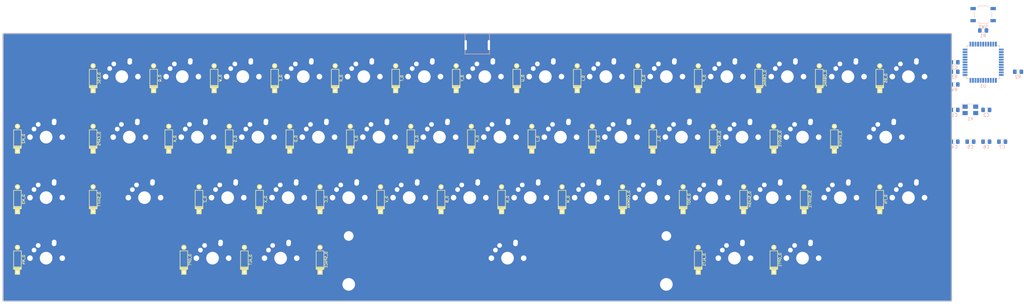
<source format=kicad_pcb>
(kicad_pcb (version 20171130) (host pcbnew "(5.0.0-3-g5ebb6b6)")
  (layers (0 F.Cu signal) (31 B.Cu signal) (34 B.Paste user) (35 F.Paste user) (36 B.SilkS user) (37 F.SilkS user) (38 B.Mask user) (39 F.Mask user) (44 Edge.Cuts user))
  (net 0 "")
  (net 1 "GND")
  (net 2 "VCC")
  (net 3 "/col0")
  (net 4 "/col1")
  (net 5 "/col2")
  (net 6 "/col3")
  (net 7 "/col4")
  (net 8 "/col5")
  (net 9 "/col6")
  (net 10 "/col7")
  (net 11 "/col8")
  (net 12 "/col9")
  (net 13 "/col10")
  (net 14 "/col11")
  (net 15 "/col12")
  (net 16 "/col13")
  (net 17 "/col14")
  (net 18 "/col15")
  (net 19 "/row0")
  (net 20 "/row1")
  (net 21 "/row2")
  (net 22 "/row3")
  (net 23 "/row4")
  (net 24 "Net-(K_ESC-Pad1)")
  (net 25 "Net-(K_ESC-Pad2)")
  (net 26 "Net-(K_ESC-Pad3)")
  (net 27 "Net-(K_ESC-Pad4)")
  (net 28 "Net-(D_ESC-Pad1)")
  (net 29 "Net-(D_ESC-Pad2)")
  (net 30 "Net-(K_Q-Pad1)")
  (net 31 "Net-(K_Q-Pad2)")
  (net 32 "Net-(K_Q-Pad3)")
  (net 33 "Net-(K_Q-Pad4)")
  (net 34 "Net-(D_Q-Pad1)")
  (net 35 "Net-(D_Q-Pad2)")
  (net 36 "Net-(K_W-Pad1)")
  (net 37 "Net-(K_W-Pad2)")
  (net 38 "Net-(K_W-Pad3)")
  (net 39 "Net-(K_W-Pad4)")
  (net 40 "Net-(D_W-Pad1)")
  (net 41 "Net-(D_W-Pad2)")
  (net 42 "Net-(K_E-Pad1)")
  (net 43 "Net-(K_E-Pad2)")
  (net 44 "Net-(K_E-Pad3)")
  (net 45 "Net-(K_E-Pad4)")
  (net 46 "Net-(D_E-Pad1)")
  (net 47 "Net-(D_E-Pad2)")
  (net 48 "Net-(K_R-Pad1)")
  (net 49 "Net-(K_R-Pad2)")
  (net 50 "Net-(K_R-Pad3)")
  (net 51 "Net-(K_R-Pad4)")
  (net 52 "Net-(D_R-Pad1)")
  (net 53 "Net-(D_R-Pad2)")
  (net 54 "Net-(K_T-Pad1)")
  (net 55 "Net-(K_T-Pad2)")
  (net 56 "Net-(K_T-Pad3)")
  (net 57 "Net-(K_T-Pad4)")
  (net 58 "Net-(D_T-Pad1)")
  (net 59 "Net-(D_T-Pad2)")
  (net 60 "Net-(K_Y-Pad1)")
  (net 61 "Net-(K_Y-Pad2)")
  (net 62 "Net-(K_Y-Pad3)")
  (net 63 "Net-(K_Y-Pad4)")
  (net 64 "Net-(D_Y-Pad1)")
  (net 65 "Net-(D_Y-Pad2)")
  (net 66 "Net-(K_U-Pad1)")
  (net 67 "Net-(K_U-Pad2)")
  (net 68 "Net-(K_U-Pad3)")
  (net 69 "Net-(K_U-Pad4)")
  (net 70 "Net-(D_U-Pad1)")
  (net 71 "Net-(D_U-Pad2)")
  (net 72 "Net-(K_I-Pad1)")
  (net 73 "Net-(K_I-Pad2)")
  (net 74 "Net-(K_I-Pad3)")
  (net 75 "Net-(K_I-Pad4)")
  (net 76 "Net-(D_I-Pad1)")
  (net 77 "Net-(D_I-Pad2)")
  (net 78 "Net-(K_O-Pad1)")
  (net 79 "Net-(K_O-Pad2)")
  (net 80 "Net-(K_O-Pad3)")
  (net 81 "Net-(K_O-Pad4)")
  (net 82 "Net-(D_O-Pad1)")
  (net 83 "Net-(D_O-Pad2)")
  (net 84 "Net-(K_P-Pad1)")
  (net 85 "Net-(K_P-Pad2)")
  (net 86 "Net-(K_P-Pad3)")
  (net 87 "Net-(K_P-Pad4)")
  (net 88 "Net-(D_P-Pad1)")
  (net 89 "Net-(D_P-Pad2)")
  (net 90 "Net-(K_CBRAC-Pad1)")
  (net 91 "Net-(K_CBRAC-Pad2)")
  (net 92 "Net-(K_CBRAC-Pad3)")
  (net 93 "Net-(K_CBRAC-Pad4)")
  (net 94 "Net-(D_CBRAC-Pad1)")
  (net 95 "Net-(D_CBRAC-Pad2)")
  (net 96 "Net-(K_OBRAC-Pad1)")
  (net 97 "Net-(K_OBRAC-Pad2)")
  (net 98 "Net-(K_OBRAC-Pad3)")
  (net 99 "Net-(K_OBRAC-Pad4)")
  (net 100 "Net-(D_OBRAC-Pad1)")
  (net 101 "Net-(D_OBRAC-Pad2)")
  (net 102 "Net-(K_BS-Pad1)")
  (net 103 "Net-(K_BS-Pad2)")
  (net 104 "Net-(K_BS-Pad3)")
  (net 105 "Net-(K_BS-Pad4)")
  (net 106 "Net-(D_BS-Pad1)")
  (net 107 "Net-(D_BS-Pad2)")
  (net 108 "Net-(K_M2-Pad1)")
  (net 109 "Net-(K_M2-Pad2)")
  (net 110 "Net-(K_M2-Pad3)")
  (net 111 "Net-(K_M2-Pad4)")
  (net 112 "Net-(D_M2-Pad1)")
  (net 113 "Net-(D_M2-Pad2)")
  (net 114 "Net-(K_CAPS-Pad1)")
  (net 115 "Net-(K_CAPS-Pad2)")
  (net 116 "Net-(K_CAPS-Pad3)")
  (net 117 "Net-(K_CAPS-Pad4)")
  (net 118 "Net-(D_CAPS-Pad1)")
  (net 119 "Net-(D_CAPS-Pad2)")
  (net 120 "Net-(K_A-Pad1)")
  (net 121 "Net-(K_A-Pad2)")
  (net 122 "Net-(K_A-Pad3)")
  (net 123 "Net-(K_A-Pad4)")
  (net 124 "Net-(D_A-Pad1)")
  (net 125 "Net-(D_A-Pad2)")
  (net 126 "Net-(K_S-Pad1)")
  (net 127 "Net-(K_S-Pad2)")
  (net 128 "Net-(K_S-Pad3)")
  (net 129 "Net-(K_S-Pad4)")
  (net 130 "Net-(D_S-Pad1)")
  (net 131 "Net-(D_S-Pad2)")
  (net 132 "Net-(K_D-Pad1)")
  (net 133 "Net-(K_D-Pad2)")
  (net 134 "Net-(K_D-Pad3)")
  (net 135 "Net-(K_D-Pad4)")
  (net 136 "Net-(D_D-Pad1)")
  (net 137 "Net-(D_D-Pad2)")
  (net 138 "Net-(K_F-Pad1)")
  (net 139 "Net-(K_F-Pad2)")
  (net 140 "Net-(K_F-Pad3)")
  (net 141 "Net-(K_F-Pad4)")
  (net 142 "Net-(D_F-Pad1)")
  (net 143 "Net-(D_F-Pad2)")
  (net 144 "Net-(K_G-Pad1)")
  (net 145 "Net-(K_G-Pad2)")
  (net 146 "Net-(K_G-Pad3)")
  (net 147 "Net-(K_G-Pad4)")
  (net 148 "Net-(D_G-Pad1)")
  (net 149 "Net-(D_G-Pad2)")
  (net 150 "Net-(K_H-Pad1)")
  (net 151 "Net-(K_H-Pad2)")
  (net 152 "Net-(K_H-Pad3)")
  (net 153 "Net-(K_H-Pad4)")
  (net 154 "Net-(D_H-Pad1)")
  (net 155 "Net-(D_H-Pad2)")
  (net 156 "Net-(K_J-Pad1)")
  (net 157 "Net-(K_J-Pad2)")
  (net 158 "Net-(K_J-Pad3)")
  (net 159 "Net-(K_J-Pad4)")
  (net 160 "Net-(D_J-Pad1)")
  (net 161 "Net-(D_J-Pad2)")
  (net 162 "Net-(K_K-Pad1)")
  (net 163 "Net-(K_K-Pad2)")
  (net 164 "Net-(K_K-Pad3)")
  (net 165 "Net-(K_K-Pad4)")
  (net 166 "Net-(D_K-Pad1)")
  (net 167 "Net-(D_K-Pad2)")
  (net 168 "Net-(K_L-Pad1)")
  (net 169 "Net-(K_L-Pad2)")
  (net 170 "Net-(K_L-Pad3)")
  (net 171 "Net-(K_L-Pad4)")
  (net 172 "Net-(D_L-Pad1)")
  (net 173 "Net-(D_L-Pad2)")
  (net 174 "Net-(K_SEMIC-Pad1)")
  (net 175 "Net-(K_SEMIC-Pad2)")
  (net 176 "Net-(K_SEMIC-Pad3)")
  (net 177 "Net-(K_SEMIC-Pad4)")
  (net 178 "Net-(D_SEMIC-Pad1)")
  (net 179 "Net-(D_SEMIC-Pad2)")
  (net 180 "Net-(K_QUOTE-Pad1)")
  (net 181 "Net-(K_QUOTE-Pad2)")
  (net 182 "Net-(K_QUOTE-Pad3)")
  (net 183 "Net-(K_QUOTE-Pad4)")
  (net 184 "Net-(D_QUOTE-Pad1)")
  (net 185 "Net-(D_QUOTE-Pad2)")
  (net 186 "Net-(K_ENTER-Pad1)")
  (net 187 "Net-(K_ENTER-Pad2)")
  (net 188 "Net-(K_ENTER-Pad3)")
  (net 189 "Net-(K_ENTER-Pad4)")
  (net 190 "Net-(D_ENTER-Pad1)")
  (net 191 "Net-(D_ENTER-Pad2)")
  (net 192 "Net-(K_M3-Pad1)")
  (net 193 "Net-(K_M3-Pad2)")
  (net 194 "Net-(K_M3-Pad3)")
  (net 195 "Net-(K_M3-Pad4)")
  (net 196 "Net-(D_M3-Pad1)")
  (net 197 "Net-(D_M3-Pad2)")
  (net 198 "Net-(K_SHIFT-Pad1)")
  (net 199 "Net-(K_SHIFT-Pad2)")
  (net 200 "Net-(K_SHIFT-Pad3)")
  (net 201 "Net-(K_SHIFT-Pad4)")
  (net 202 "Net-(D_SHIFT-Pad1)")
  (net 203 "Net-(D_SHIFT-Pad2)")
  (net 204 "Net-(K_Z-Pad1)")
  (net 205 "Net-(K_Z-Pad2)")
  (net 206 "Net-(K_Z-Pad3)")
  (net 207 "Net-(K_Z-Pad4)")
  (net 208 "Net-(D_Z-Pad1)")
  (net 209 "Net-(D_Z-Pad2)")
  (net 210 "Net-(K_X-Pad1)")
  (net 211 "Net-(K_X-Pad2)")
  (net 212 "Net-(K_X-Pad3)")
  (net 213 "Net-(K_X-Pad4)")
  (net 214 "Net-(D_X-Pad1)")
  (net 215 "Net-(D_X-Pad2)")
  (net 216 "Net-(K_C-Pad1)")
  (net 217 "Net-(K_C-Pad2)")
  (net 218 "Net-(K_C-Pad3)")
  (net 219 "Net-(K_C-Pad4)")
  (net 220 "Net-(D_C-Pad1)")
  (net 221 "Net-(D_C-Pad2)")
  (net 222 "Net-(K_V-Pad1)")
  (net 223 "Net-(K_V-Pad2)")
  (net 224 "Net-(K_V-Pad3)")
  (net 225 "Net-(K_V-Pad4)")
  (net 226 "Net-(D_V-Pad1)")
  (net 227 "Net-(D_V-Pad2)")
  (net 228 "Net-(K_B-Pad1)")
  (net 229 "Net-(K_B-Pad2)")
  (net 230 "Net-(K_B-Pad3)")
  (net 231 "Net-(K_B-Pad4)")
  (net 232 "Net-(D_B-Pad1)")
  (net 233 "Net-(D_B-Pad2)")
  (net 234 "Net-(K_N-Pad1)")
  (net 235 "Net-(K_N-Pad2)")
  (net 236 "Net-(K_N-Pad3)")
  (net 237 "Net-(K_N-Pad4)")
  (net 238 "Net-(D_N-Pad1)")
  (net 239 "Net-(D_N-Pad2)")
  (net 240 "Net-(K_M-Pad1)")
  (net 241 "Net-(K_M-Pad2)")
  (net 242 "Net-(K_M-Pad3)")
  (net 243 "Net-(K_M-Pad4)")
  (net 244 "Net-(D_M-Pad1)")
  (net 245 "Net-(D_M-Pad2)")
  (net 246 "Net-(K_COMMA-Pad1)")
  (net 247 "Net-(K_COMMA-Pad2)")
  (net 248 "Net-(K_COMMA-Pad3)")
  (net 249 "Net-(K_COMMA-Pad4)")
  (net 250 "Net-(D_COMMA-Pad1)")
  (net 251 "Net-(D_COMMA-Pad2)")
  (net 252 "Net-(K_DOT-Pad1)")
  (net 253 "Net-(K_DOT-Pad2)")
  (net 254 "Net-(K_DOT-Pad3)")
  (net 255 "Net-(K_DOT-Pad4)")
  (net 256 "Net-(D_DOT-Pad1)")
  (net 257 "Net-(D_DOT-Pad2)")
  (net 258 "Net-(K_SLASH-Pad1)")
  (net 259 "Net-(K_SLASH-Pad2)")
  (net 260 "Net-(K_SLASH-Pad3)")
  (net 261 "Net-(K_SLASH-Pad4)")
  (net 262 "Net-(D_SLASH-Pad1)")
  (net 263 "Net-(D_SLASH-Pad2)")
  (net 264 "Net-(K_SHIFT1-Pad1)")
  (net 265 "Net-(K_SHIFT1-Pad2)")
  (net 266 "Net-(K_SHIFT1-Pad3)")
  (net 267 "Net-(K_SHIFT1-Pad4)")
  (net 268 "Net-(D_SHIFT1-Pad1)")
  (net 269 "Net-(D_SHIFT1-Pad2)")
  (net 270 "Net-(K_FN-Pad1)")
  (net 271 "Net-(K_FN-Pad2)")
  (net 272 "Net-(K_FN-Pad3)")
  (net 273 "Net-(K_FN-Pad4)")
  (net 274 "Net-(D_FN-Pad1)")
  (net 275 "Net-(D_FN-Pad2)")
  (net 276 "Net-(K_M4-Pad1)")
  (net 277 "Net-(K_M4-Pad2)")
  (net 278 "Net-(K_M4-Pad3)")
  (net 279 "Net-(K_M4-Pad4)")
  (net 280 "Net-(D_M4-Pad1)")
  (net 281 "Net-(D_M4-Pad2)")
  (net 282 "Net-(K_OPT-Pad1)")
  (net 283 "Net-(K_OPT-Pad2)")
  (net 284 "Net-(K_OPT-Pad3)")
  (net 285 "Net-(K_OPT-Pad4)")
  (net 286 "Net-(D_OPT-Pad1)")
  (net 287 "Net-(D_OPT-Pad2)")
  (net 288 "Net-(K_ALT-Pad1)")
  (net 289 "Net-(K_ALT-Pad2)")
  (net 290 "Net-(K_ALT-Pad3)")
  (net 291 "Net-(K_ALT-Pad4)")
  (net 292 "Net-(D_ALT-Pad1)")
  (net 293 "Net-(D_ALT-Pad2)")
  (net 294 "Net-(K_SPACE-Pad1)")
  (net 295 "Net-(K_SPACE-Pad2)")
  (net 296 "Net-(K_SPACE-Pad3)")
  (net 297 "Net-(K_SPACE-Pad4)")
  (net 298 "Net-(D_SPACE-Pad1)")
  (net 299 "Net-(D_SPACE-Pad2)")
  (net 300 "Net-(K_ALT1-Pad1)")
  (net 301 "Net-(K_ALT1-Pad2)")
  (net 302 "Net-(K_ALT1-Pad3)")
  (net 303 "Net-(K_ALT1-Pad4)")
  (net 304 "Net-(D_ALT1-Pad1)")
  (net 305 "Net-(D_ALT1-Pad2)")
  (net 306 "Net-(K_OPT1-Pad1)")
  (net 307 "Net-(K_OPT1-Pad2)")
  (net 308 "Net-(K_OPT1-Pad3)")
  (net 309 "Net-(K_OPT1-Pad4)")
  (net 310 "Net-(D_OPT1-Pad1)")
  (net 311 "Net-(D_OPT1-Pad2)")
  (net 312 "Net-(C1-Pad1)")
  (net 313 "Net-(C1-Pad2)")
  (net 314 "Net-(C2-Pad1)")
  (net 315 "Net-(C2-Pad2)")
  (net 316 "Net-(X1-Pad1)")
  (net 317 "Net-(X1-Pad2)")
  (net 318 "Net-(X1-Pad3)")
  (net 319 "Net-(X1-Pad4)")
  (net 320 "Net-(R1-Pad1)")
  (net 321 "Net-(R1-Pad2)")
  (net 322 "Net-(R2-Pad1)")
  (net 323 "Net-(R2-Pad2)")
  (net 324 "Net-(R3-Pad1)")
  (net 325 "Net-(R3-Pad2)")
  (net 326 "Net-(R4-Pad1)")
  (net 327 "Net-(R4-Pad2)")
  (net 328 "Net-(USB1-Pad1)")
  (net 329 "Net-(USB1-Pad2)")
  (net 330 "Net-(USB1-Pad3)")
  (net 331 "Net-(USB1-Pad4)")
  (net 332 "Net-(USB1-Pad5)")
  (net 333 "Net-(USB1-Pad6)")
  (net 334 "Net-(C3-Pad1)")
  (net 335 "Net-(C3-Pad2)")
  (net 336 "Net-(U1-Pad1)")
  (net 337 "Net-(U1-Pad2)")
  (net 338 "Net-(U1-Pad3)")
  (net 339 "Net-(U1-Pad4)")
  (net 340 "Net-(U1-Pad5)")
  (net 341 "Net-(U1-Pad6)")
  (net 342 "Net-(U1-Pad7)")
  (net 343 "Net-(U1-Pad8)")
  (net 344 "Net-(U1-Pad9)")
  (net 345 "Net-(U1-Pad10)")
  (net 346 "Net-(U1-Pad11)")
  (net 347 "Net-(U1-Pad12)")
  (net 348 "Net-(U1-Pad13)")
  (net 349 "Net-(U1-Pad14)")
  (net 350 "Net-(U1-Pad15)")
  (net 351 "Net-(U1-Pad16)")
  (net 352 "Net-(U1-Pad17)")
  (net 353 "Net-(U1-Pad18)")
  (net 354 "Net-(U1-Pad19)")
  (net 355 "Net-(U1-Pad20)")
  (net 356 "Net-(U1-Pad21)")
  (net 357 "Net-(U1-Pad22)")
  (net 358 "Net-(U1-Pad23)")
  (net 359 "Net-(U1-Pad24)")
  (net 360 "Net-(U1-Pad25)")
  (net 361 "Net-(U1-Pad26)")
  (net 362 "Net-(U1-Pad27)")
  (net 363 "Net-(U1-Pad28)")
  (net 364 "Net-(U1-Pad29)")
  (net 365 "Net-(U1-Pad30)")
  (net 366 "Net-(U1-Pad31)")
  (net 367 "Net-(U1-Pad32)")
  (net 368 "Net-(U1-Pad33)")
  (net 369 "Net-(U1-Pad34)")
  (net 370 "Net-(U1-Pad35)")
  (net 371 "Net-(U1-Pad36)")
  (net 372 "Net-(U1-Pad37)")
  (net 373 "Net-(U1-Pad38)")
  (net 374 "Net-(U1-Pad39)")
  (net 375 "Net-(U1-Pad40)")
  (net 376 "Net-(U1-Pad41)")
  (net 377 "Net-(U1-Pad42)")
  (net 378 "Net-(U1-Pad43)")
  (net 379 "Net-(U1-Pad44)")
  (net 380 "Net-(C4-Pad1)")
  (net 381 "Net-(C4-Pad2)")
  (net 382 "Net-(C5-Pad1)")
  (net 383 "Net-(C5-Pad2)")
  (net 384 "Net-(C6-Pad1)")
  (net 385 "Net-(C6-Pad2)")
  (net 386 "Net-(C7-Pad1)")
  (net 387 "Net-(C7-Pad2)")
  (module MX_Alps_Hybrid:MX-1U-NoLED (layer F.Cu) (at 33.3375 9.525)
    (fp_text reference K_ESC)
    (fp_text value KEYSW)
    (pad 1 thru_hole circle (at -2.5 -4) (size 2.25 2.25) (drill 1.47) (layers *.Cu B.Mask) (net 24 "Net-(K_ESC-Pad1)"))
    (pad 1 thru_hole oval (at -3.81 -2.54 48.0996) (size 4.211556 2.25) (drill 1.47 (offset 0.980778 0)) (layers *.Cu B.Mask) (net 24 "Net-(K_ESC-Pad1)"))
    (pad 2 thru_hole oval (at 2.5 -4.5 86.0548) (size 2.831378 2.25) (drill 1.47 (offset 0.290689 0)) (layers *.Cu B.Mask) (net 29 "Net-(D_ESC-Pad2)"))
    (pad 2 thru_hole circle (at 2.54 -5.08) (size 2.25 2.25) (drill 1.47) (layers *.Cu B.Mask) (net 29 "Net-(D_ESC-Pad2)"))
    (pad "" np_thru_hole circle (at 0 0) (size 3.9878 3.9878) (drill 3.9878) (layers *.Cu *.Mask))
    (pad "" np_thru_hole circle (at -5.08 0 48.0996) (size 1.75 1.75) (drill 1.75) (layers *.Cu *.Mask))
    (pad "" np_thru_hole circle (at 5.08 0 48.0996) (size 1.75 1.75) (drill 1.75) (layers *.Cu *.Mask))
  )
  (module keyboard_parts:D_SOD123_axial (layer F.Cu) (at 24.3125 10.025 90)
    (fp_text reference D_ESC (at 0 1.925 90) (layer F.SilkS) (effects (font (size 0.8 0.8)) (justify mirror)))
    (fp_text value D hide)
    (pad 1 smd rect (at -2.7 0 90) (size 2.5 0.5) (layers F.Cu) (net 4 "/col1"))
    (pad 1 smd rect (at -1.575 0 90) (size 1.2 1.2) (layers F.Cu F.Paste F.Mask) (net 4 "/col1"))
    (pad 1 thru_hole rect (at -3.9 0 90) (size 1.6 1.6) (drill 0.7) (layers *.Cu *.Mask F.SilkS) (net 4 "/col1"))
    (pad 2 smd rect (at 1.575 0 90) (size 1.2 1.2) (layers F.Cu F.Paste F.Mask) (net 29 "Net-(D_ESC-Pad2)"))
    (pad 2 smd rect (at 2.7 0 90) (size 2.5 0.5) (layers F.Cu) (net 29 "Net-(D_ESC-Pad2)"))
    (pad 2 thru_hole circle (at 3.9 0 90) (size 1.6 1.6) (drill 0.7) (layers *.Cu *.Mask F.SilkS) (net 29 "Net-(D_ESC-Pad2)"))
  )
  (module MX_Alps_Hybrid:MX-1U-NoLED (layer F.Cu) (at 52.3875 9.525)
    (fp_text reference K_Q)
    (fp_text value KEYSW)
    (pad 1 thru_hole circle (at -2.5 -4) (size 2.25 2.25) (drill 1.47) (layers *.Cu B.Mask) (net 30 "Net-(K_Q-Pad1)"))
    (pad 1 thru_hole oval (at -3.81 -2.54 48.0996) (size 4.211556 2.25) (drill 1.47 (offset 0.980778 0)) (layers *.Cu B.Mask) (net 30 "Net-(K_Q-Pad1)"))
    (pad 2 thru_hole oval (at 2.5 -4.5 86.0548) (size 2.831378 2.25) (drill 1.47 (offset 0.290689 0)) (layers *.Cu B.Mask) (net 35 "Net-(D_Q-Pad2)"))
    (pad 2 thru_hole circle (at 2.54 -5.08) (size 2.25 2.25) (drill 1.47) (layers *.Cu B.Mask) (net 35 "Net-(D_Q-Pad2)"))
    (pad "" np_thru_hole circle (at 0 0) (size 3.9878 3.9878) (drill 3.9878) (layers *.Cu *.Mask))
    (pad "" np_thru_hole circle (at -5.08 0 48.0996) (size 1.75 1.75) (drill 1.75) (layers *.Cu *.Mask))
    (pad "" np_thru_hole circle (at 5.08 0 48.0996) (size 1.75 1.75) (drill 1.75) (layers *.Cu *.Mask))
  )
  (module keyboard_parts:D_SOD123_axial (layer F.Cu) (at 43.3625 10.025 90)
    (fp_text reference D_Q (at 0 1.925 90) (layer F.SilkS) (effects (font (size 0.8 0.8)) (justify mirror)))
    (fp_text value D hide)
    (pad 1 smd rect (at -2.7 0 90) (size 2.5 0.5) (layers F.Cu) (net 5 "/col2"))
    (pad 1 smd rect (at -1.575 0 90) (size 1.2 1.2) (layers F.Cu F.Paste F.Mask) (net 5 "/col2"))
    (pad 1 thru_hole rect (at -3.9 0 90) (size 1.6 1.6) (drill 0.7) (layers *.Cu *.Mask F.SilkS) (net 5 "/col2"))
    (pad 2 smd rect (at 1.575 0 90) (size 1.2 1.2) (layers F.Cu F.Paste F.Mask) (net 35 "Net-(D_Q-Pad2)"))
    (pad 2 smd rect (at 2.7 0 90) (size 2.5 0.5) (layers F.Cu) (net 35 "Net-(D_Q-Pad2)"))
    (pad 2 thru_hole circle (at 3.9 0 90) (size 1.6 1.6) (drill 0.7) (layers *.Cu *.Mask F.SilkS) (net 35 "Net-(D_Q-Pad2)"))
  )
  (module MX_Alps_Hybrid:MX-1U-NoLED (layer F.Cu) (at 71.4375 9.525)
    (fp_text reference K_W)
    (fp_text value KEYSW)
    (pad 1 thru_hole circle (at -2.5 -4) (size 2.25 2.25) (drill 1.47) (layers *.Cu B.Mask) (net 36 "Net-(K_W-Pad1)"))
    (pad 1 thru_hole oval (at -3.81 -2.54 48.0996) (size 4.211556 2.25) (drill 1.47 (offset 0.980778 0)) (layers *.Cu B.Mask) (net 36 "Net-(K_W-Pad1)"))
    (pad 2 thru_hole oval (at 2.5 -4.5 86.0548) (size 2.831378 2.25) (drill 1.47 (offset 0.290689 0)) (layers *.Cu B.Mask) (net 41 "Net-(D_W-Pad2)"))
    (pad 2 thru_hole circle (at 2.54 -5.08) (size 2.25 2.25) (drill 1.47) (layers *.Cu B.Mask) (net 41 "Net-(D_W-Pad2)"))
    (pad "" np_thru_hole circle (at 0 0) (size 3.9878 3.9878) (drill 3.9878) (layers *.Cu *.Mask))
    (pad "" np_thru_hole circle (at -5.08 0 48.0996) (size 1.75 1.75) (drill 1.75) (layers *.Cu *.Mask))
    (pad "" np_thru_hole circle (at 5.08 0 48.0996) (size 1.75 1.75) (drill 1.75) (layers *.Cu *.Mask))
  )
  (module keyboard_parts:D_SOD123_axial (layer F.Cu) (at 62.4125 10.025 90)
    (fp_text reference D_W (at 0 1.925 90) (layer F.SilkS) (effects (font (size 0.8 0.8)) (justify mirror)))
    (fp_text value D hide)
    (pad 1 smd rect (at -2.7 0 90) (size 2.5 0.5) (layers F.Cu) (net 6 "/col3"))
    (pad 1 smd rect (at -1.575 0 90) (size 1.2 1.2) (layers F.Cu F.Paste F.Mask) (net 6 "/col3"))
    (pad 1 thru_hole rect (at -3.9 0 90) (size 1.6 1.6) (drill 0.7) (layers *.Cu *.Mask F.SilkS) (net 6 "/col3"))
    (pad 2 smd rect (at 1.575 0 90) (size 1.2 1.2) (layers F.Cu F.Paste F.Mask) (net 41 "Net-(D_W-Pad2)"))
    (pad 2 smd rect (at 2.7 0 90) (size 2.5 0.5) (layers F.Cu) (net 41 "Net-(D_W-Pad2)"))
    (pad 2 thru_hole circle (at 3.9 0 90) (size 1.6 1.6) (drill 0.7) (layers *.Cu *.Mask F.SilkS) (net 41 "Net-(D_W-Pad2)"))
  )
  (module MX_Alps_Hybrid:MX-1U-NoLED (layer F.Cu) (at 90.4875 9.525)
    (fp_text reference K_E)
    (fp_text value KEYSW)
    (pad 1 thru_hole circle (at -2.5 -4) (size 2.25 2.25) (drill 1.47) (layers *.Cu B.Mask) (net 42 "Net-(K_E-Pad1)"))
    (pad 1 thru_hole oval (at -3.81 -2.54 48.0996) (size 4.211556 2.25) (drill 1.47 (offset 0.980778 0)) (layers *.Cu B.Mask) (net 42 "Net-(K_E-Pad1)"))
    (pad 2 thru_hole oval (at 2.5 -4.5 86.0548) (size 2.831378 2.25) (drill 1.47 (offset 0.290689 0)) (layers *.Cu B.Mask) (net 47 "Net-(D_E-Pad2)"))
    (pad 2 thru_hole circle (at 2.54 -5.08) (size 2.25 2.25) (drill 1.47) (layers *.Cu B.Mask) (net 47 "Net-(D_E-Pad2)"))
    (pad "" np_thru_hole circle (at 0 0) (size 3.9878 3.9878) (drill 3.9878) (layers *.Cu *.Mask))
    (pad "" np_thru_hole circle (at -5.08 0 48.0996) (size 1.75 1.75) (drill 1.75) (layers *.Cu *.Mask))
    (pad "" np_thru_hole circle (at 5.08 0 48.0996) (size 1.75 1.75) (drill 1.75) (layers *.Cu *.Mask))
  )
  (module keyboard_parts:D_SOD123_axial (layer F.Cu) (at 81.4625 10.025 90)
    (fp_text reference D_E (at 0 1.925 90) (layer F.SilkS) (effects (font (size 0.8 0.8)) (justify mirror)))
    (fp_text value D hide)
    (pad 1 smd rect (at -2.7 0 90) (size 2.5 0.5) (layers F.Cu) (net 7 "/col4"))
    (pad 1 smd rect (at -1.575 0 90) (size 1.2 1.2) (layers F.Cu F.Paste F.Mask) (net 7 "/col4"))
    (pad 1 thru_hole rect (at -3.9 0 90) (size 1.6 1.6) (drill 0.7) (layers *.Cu *.Mask F.SilkS) (net 7 "/col4"))
    (pad 2 smd rect (at 1.575 0 90) (size 1.2 1.2) (layers F.Cu F.Paste F.Mask) (net 47 "Net-(D_E-Pad2)"))
    (pad 2 smd rect (at 2.7 0 90) (size 2.5 0.5) (layers F.Cu) (net 47 "Net-(D_E-Pad2)"))
    (pad 2 thru_hole circle (at 3.9 0 90) (size 1.6 1.6) (drill 0.7) (layers *.Cu *.Mask F.SilkS) (net 47 "Net-(D_E-Pad2)"))
  )
  (module MX_Alps_Hybrid:MX-1U-NoLED (layer F.Cu) (at 109.5375 9.525)
    (fp_text reference K_R)
    (fp_text value KEYSW)
    (pad 1 thru_hole circle (at -2.5 -4) (size 2.25 2.25) (drill 1.47) (layers *.Cu B.Mask) (net 48 "Net-(K_R-Pad1)"))
    (pad 1 thru_hole oval (at -3.81 -2.54 48.0996) (size 4.211556 2.25) (drill 1.47 (offset 0.980778 0)) (layers *.Cu B.Mask) (net 48 "Net-(K_R-Pad1)"))
    (pad 2 thru_hole oval (at 2.5 -4.5 86.0548) (size 2.831378 2.25) (drill 1.47 (offset 0.290689 0)) (layers *.Cu B.Mask) (net 53 "Net-(D_R-Pad2)"))
    (pad 2 thru_hole circle (at 2.54 -5.08) (size 2.25 2.25) (drill 1.47) (layers *.Cu B.Mask) (net 53 "Net-(D_R-Pad2)"))
    (pad "" np_thru_hole circle (at 0 0) (size 3.9878 3.9878) (drill 3.9878) (layers *.Cu *.Mask))
    (pad "" np_thru_hole circle (at -5.08 0 48.0996) (size 1.75 1.75) (drill 1.75) (layers *.Cu *.Mask))
    (pad "" np_thru_hole circle (at 5.08 0 48.0996) (size 1.75 1.75) (drill 1.75) (layers *.Cu *.Mask))
  )
  (module keyboard_parts:D_SOD123_axial (layer F.Cu) (at 100.5125 10.025 90)
    (fp_text reference D_R (at 0 1.925 90) (layer F.SilkS) (effects (font (size 0.8 0.8)) (justify mirror)))
    (fp_text value D hide)
    (pad 1 smd rect (at -2.7 0 90) (size 2.5 0.5) (layers F.Cu) (net 8 "/col5"))
    (pad 1 smd rect (at -1.575 0 90) (size 1.2 1.2) (layers F.Cu F.Paste F.Mask) (net 8 "/col5"))
    (pad 1 thru_hole rect (at -3.9 0 90) (size 1.6 1.6) (drill 0.7) (layers *.Cu *.Mask F.SilkS) (net 8 "/col5"))
    (pad 2 smd rect (at 1.575 0 90) (size 1.2 1.2) (layers F.Cu F.Paste F.Mask) (net 53 "Net-(D_R-Pad2)"))
    (pad 2 smd rect (at 2.7 0 90) (size 2.5 0.5) (layers F.Cu) (net 53 "Net-(D_R-Pad2)"))
    (pad 2 thru_hole circle (at 3.9 0 90) (size 1.6 1.6) (drill 0.7) (layers *.Cu *.Mask F.SilkS) (net 53 "Net-(D_R-Pad2)"))
  )
  (module MX_Alps_Hybrid:MX-1U-NoLED (layer F.Cu) (at 128.5875 9.525)
    (fp_text reference K_T)
    (fp_text value KEYSW)
    (pad 1 thru_hole circle (at -2.5 -4) (size 2.25 2.25) (drill 1.47) (layers *.Cu B.Mask) (net 54 "Net-(K_T-Pad1)"))
    (pad 1 thru_hole oval (at -3.81 -2.54 48.0996) (size 4.211556 2.25) (drill 1.47 (offset 0.980778 0)) (layers *.Cu B.Mask) (net 54 "Net-(K_T-Pad1)"))
    (pad 2 thru_hole oval (at 2.5 -4.5 86.0548) (size 2.831378 2.25) (drill 1.47 (offset 0.290689 0)) (layers *.Cu B.Mask) (net 59 "Net-(D_T-Pad2)"))
    (pad 2 thru_hole circle (at 2.54 -5.08) (size 2.25 2.25) (drill 1.47) (layers *.Cu B.Mask) (net 59 "Net-(D_T-Pad2)"))
    (pad "" np_thru_hole circle (at 0 0) (size 3.9878 3.9878) (drill 3.9878) (layers *.Cu *.Mask))
    (pad "" np_thru_hole circle (at -5.08 0 48.0996) (size 1.75 1.75) (drill 1.75) (layers *.Cu *.Mask))
    (pad "" np_thru_hole circle (at 5.08 0 48.0996) (size 1.75 1.75) (drill 1.75) (layers *.Cu *.Mask))
  )
  (module keyboard_parts:D_SOD123_axial (layer F.Cu) (at 119.5625 10.025 90)
    (fp_text reference D_T (at 0 1.925 90) (layer F.SilkS) (effects (font (size 0.8 0.8)) (justify mirror)))
    (fp_text value D hide)
    (pad 1 smd rect (at -2.7 0 90) (size 2.5 0.5) (layers F.Cu) (net 9 "/col6"))
    (pad 1 smd rect (at -1.575 0 90) (size 1.2 1.2) (layers F.Cu F.Paste F.Mask) (net 9 "/col6"))
    (pad 1 thru_hole rect (at -3.9 0 90) (size 1.6 1.6) (drill 0.7) (layers *.Cu *.Mask F.SilkS) (net 9 "/col6"))
    (pad 2 smd rect (at 1.575 0 90) (size 1.2 1.2) (layers F.Cu F.Paste F.Mask) (net 59 "Net-(D_T-Pad2)"))
    (pad 2 smd rect (at 2.7 0 90) (size 2.5 0.5) (layers F.Cu) (net 59 "Net-(D_T-Pad2)"))
    (pad 2 thru_hole circle (at 3.9 0 90) (size 1.6 1.6) (drill 0.7) (layers *.Cu *.Mask F.SilkS) (net 59 "Net-(D_T-Pad2)"))
  )
  (module MX_Alps_Hybrid:MX-1U-NoLED (layer F.Cu) (at 147.6375 9.525)
    (fp_text reference K_Y)
    (fp_text value KEYSW)
    (pad 1 thru_hole circle (at -2.5 -4) (size 2.25 2.25) (drill 1.47) (layers *.Cu B.Mask) (net 60 "Net-(K_Y-Pad1)"))
    (pad 1 thru_hole oval (at -3.81 -2.54 48.0996) (size 4.211556 2.25) (drill 1.47 (offset 0.980778 0)) (layers *.Cu B.Mask) (net 60 "Net-(K_Y-Pad1)"))
    (pad 2 thru_hole oval (at 2.5 -4.5 86.0548) (size 2.831378 2.25) (drill 1.47 (offset 0.290689 0)) (layers *.Cu B.Mask) (net 65 "Net-(D_Y-Pad2)"))
    (pad 2 thru_hole circle (at 2.54 -5.08) (size 2.25 2.25) (drill 1.47) (layers *.Cu B.Mask) (net 65 "Net-(D_Y-Pad2)"))
    (pad "" np_thru_hole circle (at 0 0) (size 3.9878 3.9878) (drill 3.9878) (layers *.Cu *.Mask))
    (pad "" np_thru_hole circle (at -5.08 0 48.0996) (size 1.75 1.75) (drill 1.75) (layers *.Cu *.Mask))
    (pad "" np_thru_hole circle (at 5.08 0 48.0996) (size 1.75 1.75) (drill 1.75) (layers *.Cu *.Mask))
  )
  (module keyboard_parts:D_SOD123_axial (layer F.Cu) (at 138.6125 10.025 90)
    (fp_text reference D_Y (at 0 1.925 90) (layer F.SilkS) (effects (font (size 0.8 0.8)) (justify mirror)))
    (fp_text value D hide)
    (pad 1 smd rect (at -2.7 0 90) (size 2.5 0.5) (layers F.Cu) (net 10 "/col7"))
    (pad 1 smd rect (at -1.575 0 90) (size 1.2 1.2) (layers F.Cu F.Paste F.Mask) (net 10 "/col7"))
    (pad 1 thru_hole rect (at -3.9 0 90) (size 1.6 1.6) (drill 0.7) (layers *.Cu *.Mask F.SilkS) (net 10 "/col7"))
    (pad 2 smd rect (at 1.575 0 90) (size 1.2 1.2) (layers F.Cu F.Paste F.Mask) (net 65 "Net-(D_Y-Pad2)"))
    (pad 2 smd rect (at 2.7 0 90) (size 2.5 0.5) (layers F.Cu) (net 65 "Net-(D_Y-Pad2)"))
    (pad 2 thru_hole circle (at 3.9 0 90) (size 1.6 1.6) (drill 0.7) (layers *.Cu *.Mask F.SilkS) (net 65 "Net-(D_Y-Pad2)"))
  )
  (module MX_Alps_Hybrid:MX-1U-NoLED (layer F.Cu) (at 166.6875 9.525)
    (fp_text reference K_U)
    (fp_text value KEYSW)
    (pad 1 thru_hole circle (at -2.5 -4) (size 2.25 2.25) (drill 1.47) (layers *.Cu B.Mask) (net 66 "Net-(K_U-Pad1)"))
    (pad 1 thru_hole oval (at -3.81 -2.54 48.0996) (size 4.211556 2.25) (drill 1.47 (offset 0.980778 0)) (layers *.Cu B.Mask) (net 66 "Net-(K_U-Pad1)"))
    (pad 2 thru_hole oval (at 2.5 -4.5 86.0548) (size 2.831378 2.25) (drill 1.47 (offset 0.290689 0)) (layers *.Cu B.Mask) (net 71 "Net-(D_U-Pad2)"))
    (pad 2 thru_hole circle (at 2.54 -5.08) (size 2.25 2.25) (drill 1.47) (layers *.Cu B.Mask) (net 71 "Net-(D_U-Pad2)"))
    (pad "" np_thru_hole circle (at 0 0) (size 3.9878 3.9878) (drill 3.9878) (layers *.Cu *.Mask))
    (pad "" np_thru_hole circle (at -5.08 0 48.0996) (size 1.75 1.75) (drill 1.75) (layers *.Cu *.Mask))
    (pad "" np_thru_hole circle (at 5.08 0 48.0996) (size 1.75 1.75) (drill 1.75) (layers *.Cu *.Mask))
  )
  (module keyboard_parts:D_SOD123_axial (layer F.Cu) (at 157.6625 10.025 90)
    (fp_text reference D_U (at 0 1.925 90) (layer F.SilkS) (effects (font (size 0.8 0.8)) (justify mirror)))
    (fp_text value D hide)
    (pad 1 smd rect (at -2.7 0 90) (size 2.5 0.5) (layers F.Cu) (net 11 "/col8"))
    (pad 1 smd rect (at -1.575 0 90) (size 1.2 1.2) (layers F.Cu F.Paste F.Mask) (net 11 "/col8"))
    (pad 1 thru_hole rect (at -3.9 0 90) (size 1.6 1.6) (drill 0.7) (layers *.Cu *.Mask F.SilkS) (net 11 "/col8"))
    (pad 2 smd rect (at 1.575 0 90) (size 1.2 1.2) (layers F.Cu F.Paste F.Mask) (net 71 "Net-(D_U-Pad2)"))
    (pad 2 smd rect (at 2.7 0 90) (size 2.5 0.5) (layers F.Cu) (net 71 "Net-(D_U-Pad2)"))
    (pad 2 thru_hole circle (at 3.9 0 90) (size 1.6 1.6) (drill 0.7) (layers *.Cu *.Mask F.SilkS) (net 71 "Net-(D_U-Pad2)"))
  )
  (module MX_Alps_Hybrid:MX-1U-NoLED (layer F.Cu) (at 185.7375 9.525)
    (fp_text reference K_I)
    (fp_text value KEYSW)
    (pad 1 thru_hole circle (at -2.5 -4) (size 2.25 2.25) (drill 1.47) (layers *.Cu B.Mask) (net 72 "Net-(K_I-Pad1)"))
    (pad 1 thru_hole oval (at -3.81 -2.54 48.0996) (size 4.211556 2.25) (drill 1.47 (offset 0.980778 0)) (layers *.Cu B.Mask) (net 72 "Net-(K_I-Pad1)"))
    (pad 2 thru_hole oval (at 2.5 -4.5 86.0548) (size 2.831378 2.25) (drill 1.47 (offset 0.290689 0)) (layers *.Cu B.Mask) (net 77 "Net-(D_I-Pad2)"))
    (pad 2 thru_hole circle (at 2.54 -5.08) (size 2.25 2.25) (drill 1.47) (layers *.Cu B.Mask) (net 77 "Net-(D_I-Pad2)"))
    (pad "" np_thru_hole circle (at 0 0) (size 3.9878 3.9878) (drill 3.9878) (layers *.Cu *.Mask))
    (pad "" np_thru_hole circle (at -5.08 0 48.0996) (size 1.75 1.75) (drill 1.75) (layers *.Cu *.Mask))
    (pad "" np_thru_hole circle (at 5.08 0 48.0996) (size 1.75 1.75) (drill 1.75) (layers *.Cu *.Mask))
  )
  (module keyboard_parts:D_SOD123_axial (layer F.Cu) (at 176.7125 10.025 90)
    (fp_text reference D_I (at 0 1.925 90) (layer F.SilkS) (effects (font (size 0.8 0.8)) (justify mirror)))
    (fp_text value D hide)
    (pad 1 smd rect (at -2.7 0 90) (size 2.5 0.5) (layers F.Cu) (net 12 "/col9"))
    (pad 1 smd rect (at -1.575 0 90) (size 1.2 1.2) (layers F.Cu F.Paste F.Mask) (net 12 "/col9"))
    (pad 1 thru_hole rect (at -3.9 0 90) (size 1.6 1.6) (drill 0.7) (layers *.Cu *.Mask F.SilkS) (net 12 "/col9"))
    (pad 2 smd rect (at 1.575 0 90) (size 1.2 1.2) (layers F.Cu F.Paste F.Mask) (net 77 "Net-(D_I-Pad2)"))
    (pad 2 smd rect (at 2.7 0 90) (size 2.5 0.5) (layers F.Cu) (net 77 "Net-(D_I-Pad2)"))
    (pad 2 thru_hole circle (at 3.9 0 90) (size 1.6 1.6) (drill 0.7) (layers *.Cu *.Mask F.SilkS) (net 77 "Net-(D_I-Pad2)"))
  )
  (module MX_Alps_Hybrid:MX-1U-NoLED (layer F.Cu) (at 204.7875 9.525)
    (fp_text reference K_O)
    (fp_text value KEYSW)
    (pad 1 thru_hole circle (at -2.5 -4) (size 2.25 2.25) (drill 1.47) (layers *.Cu B.Mask) (net 78 "Net-(K_O-Pad1)"))
    (pad 1 thru_hole oval (at -3.81 -2.54 48.0996) (size 4.211556 2.25) (drill 1.47 (offset 0.980778 0)) (layers *.Cu B.Mask) (net 78 "Net-(K_O-Pad1)"))
    (pad 2 thru_hole oval (at 2.5 -4.5 86.0548) (size 2.831378 2.25) (drill 1.47 (offset 0.290689 0)) (layers *.Cu B.Mask) (net 83 "Net-(D_O-Pad2)"))
    (pad 2 thru_hole circle (at 2.54 -5.08) (size 2.25 2.25) (drill 1.47) (layers *.Cu B.Mask) (net 83 "Net-(D_O-Pad2)"))
    (pad "" np_thru_hole circle (at 0 0) (size 3.9878 3.9878) (drill 3.9878) (layers *.Cu *.Mask))
    (pad "" np_thru_hole circle (at -5.08 0 48.0996) (size 1.75 1.75) (drill 1.75) (layers *.Cu *.Mask))
    (pad "" np_thru_hole circle (at 5.08 0 48.0996) (size 1.75 1.75) (drill 1.75) (layers *.Cu *.Mask))
  )
  (module keyboard_parts:D_SOD123_axial (layer F.Cu) (at 195.7625 10.025 90)
    (fp_text reference D_O (at 0 1.925 90) (layer F.SilkS) (effects (font (size 0.8 0.8)) (justify mirror)))
    (fp_text value D hide)
    (pad 1 smd rect (at -2.7 0 90) (size 2.5 0.5) (layers F.Cu) (net 13 "/col10"))
    (pad 1 smd rect (at -1.575 0 90) (size 1.2 1.2) (layers F.Cu F.Paste F.Mask) (net 13 "/col10"))
    (pad 1 thru_hole rect (at -3.9 0 90) (size 1.6 1.6) (drill 0.7) (layers *.Cu *.Mask F.SilkS) (net 13 "/col10"))
    (pad 2 smd rect (at 1.575 0 90) (size 1.2 1.2) (layers F.Cu F.Paste F.Mask) (net 83 "Net-(D_O-Pad2)"))
    (pad 2 smd rect (at 2.7 0 90) (size 2.5 0.5) (layers F.Cu) (net 83 "Net-(D_O-Pad2)"))
    (pad 2 thru_hole circle (at 3.9 0 90) (size 1.6 1.6) (drill 0.7) (layers *.Cu *.Mask F.SilkS) (net 83 "Net-(D_O-Pad2)"))
  )
  (module MX_Alps_Hybrid:MX-1U-NoLED (layer F.Cu) (at 223.8375 9.525)
    (fp_text reference K_P)
    (fp_text value KEYSW)
    (pad 1 thru_hole circle (at -2.5 -4) (size 2.25 2.25) (drill 1.47) (layers *.Cu B.Mask) (net 84 "Net-(K_P-Pad1)"))
    (pad 1 thru_hole oval (at -3.81 -2.54 48.0996) (size 4.211556 2.25) (drill 1.47 (offset 0.980778 0)) (layers *.Cu B.Mask) (net 84 "Net-(K_P-Pad1)"))
    (pad 2 thru_hole oval (at 2.5 -4.5 86.0548) (size 2.831378 2.25) (drill 1.47 (offset 0.290689 0)) (layers *.Cu B.Mask) (net 89 "Net-(D_P-Pad2)"))
    (pad 2 thru_hole circle (at 2.54 -5.08) (size 2.25 2.25) (drill 1.47) (layers *.Cu B.Mask) (net 89 "Net-(D_P-Pad2)"))
    (pad "" np_thru_hole circle (at 0 0) (size 3.9878 3.9878) (drill 3.9878) (layers *.Cu *.Mask))
    (pad "" np_thru_hole circle (at -5.08 0 48.0996) (size 1.75 1.75) (drill 1.75) (layers *.Cu *.Mask))
    (pad "" np_thru_hole circle (at 5.08 0 48.0996) (size 1.75 1.75) (drill 1.75) (layers *.Cu *.Mask))
  )
  (module keyboard_parts:D_SOD123_axial (layer F.Cu) (at 214.8125 10.025 90)
    (fp_text reference D_P (at 0 1.925 90) (layer F.SilkS) (effects (font (size 0.8 0.8)) (justify mirror)))
    (fp_text value D hide)
    (pad 1 smd rect (at -2.7 0 90) (size 2.5 0.5) (layers F.Cu) (net 14 "/col11"))
    (pad 1 smd rect (at -1.575 0 90) (size 1.2 1.2) (layers F.Cu F.Paste F.Mask) (net 14 "/col11"))
    (pad 1 thru_hole rect (at -3.9 0 90) (size 1.6 1.6) (drill 0.7) (layers *.Cu *.Mask F.SilkS) (net 14 "/col11"))
    (pad 2 smd rect (at 1.575 0 90) (size 1.2 1.2) (layers F.Cu F.Paste F.Mask) (net 89 "Net-(D_P-Pad2)"))
    (pad 2 smd rect (at 2.7 0 90) (size 2.5 0.5) (layers F.Cu) (net 89 "Net-(D_P-Pad2)"))
    (pad 2 thru_hole circle (at 3.9 0 90) (size 1.6 1.6) (drill 0.7) (layers *.Cu *.Mask F.SilkS) (net 89 "Net-(D_P-Pad2)"))
  )
  (module MX_Alps_Hybrid:MX-1U-NoLED (layer F.Cu) (at 242.8875 9.525)
    (fp_text reference K_CBRAC)
    (fp_text value KEYSW)
    (pad 1 thru_hole circle (at -2.5 -4) (size 2.25 2.25) (drill 1.47) (layers *.Cu B.Mask) (net 90 "Net-(K_CBRAC-Pad1)"))
    (pad 1 thru_hole oval (at -3.81 -2.54 48.0996) (size 4.211556 2.25) (drill 1.47 (offset 0.980778 0)) (layers *.Cu B.Mask) (net 90 "Net-(K_CBRAC-Pad1)"))
    (pad 2 thru_hole oval (at 2.5 -4.5 86.0548) (size 2.831378 2.25) (drill 1.47 (offset 0.290689 0)) (layers *.Cu B.Mask) (net 95 "Net-(D_CBRAC-Pad2)"))
    (pad 2 thru_hole circle (at 2.54 -5.08) (size 2.25 2.25) (drill 1.47) (layers *.Cu B.Mask) (net 95 "Net-(D_CBRAC-Pad2)"))
    (pad "" np_thru_hole circle (at 0 0) (size 3.9878 3.9878) (drill 3.9878) (layers *.Cu *.Mask))
    (pad "" np_thru_hole circle (at -5.08 0 48.0996) (size 1.75 1.75) (drill 1.75) (layers *.Cu *.Mask))
    (pad "" np_thru_hole circle (at 5.08 0 48.0996) (size 1.75 1.75) (drill 1.75) (layers *.Cu *.Mask))
  )
  (module keyboard_parts:D_SOD123_axial (layer F.Cu) (at 233.8625 10.025 90)
    (fp_text reference D_CBRAC (at 0 1.925 90) (layer F.SilkS) (effects (font (size 0.8 0.8)) (justify mirror)))
    (fp_text value D hide)
    (pad 1 smd rect (at -2.7 0 90) (size 2.5 0.5) (layers F.Cu) (net 15 "/col12"))
    (pad 1 smd rect (at -1.575 0 90) (size 1.2 1.2) (layers F.Cu F.Paste F.Mask) (net 15 "/col12"))
    (pad 1 thru_hole rect (at -3.9 0 90) (size 1.6 1.6) (drill 0.7) (layers *.Cu *.Mask F.SilkS) (net 15 "/col12"))
    (pad 2 smd rect (at 1.575 0 90) (size 1.2 1.2) (layers F.Cu F.Paste F.Mask) (net 95 "Net-(D_CBRAC-Pad2)"))
    (pad 2 smd rect (at 2.7 0 90) (size 2.5 0.5) (layers F.Cu) (net 95 "Net-(D_CBRAC-Pad2)"))
    (pad 2 thru_hole circle (at 3.9 0 90) (size 1.6 1.6) (drill 0.7) (layers *.Cu *.Mask F.SilkS) (net 95 "Net-(D_CBRAC-Pad2)"))
  )
  (module MX_Alps_Hybrid:MX-1U-NoLED (layer F.Cu) (at 261.9375 9.525)
    (fp_text reference K_OBRAC)
    (fp_text value KEYSW)
    (pad 1 thru_hole circle (at -2.5 -4) (size 2.25 2.25) (drill 1.47) (layers *.Cu B.Mask) (net 96 "Net-(K_OBRAC-Pad1)"))
    (pad 1 thru_hole oval (at -3.81 -2.54 48.0996) (size 4.211556 2.25) (drill 1.47 (offset 0.980778 0)) (layers *.Cu B.Mask) (net 96 "Net-(K_OBRAC-Pad1)"))
    (pad 2 thru_hole oval (at 2.5 -4.5 86.0548) (size 2.831378 2.25) (drill 1.47 (offset 0.290689 0)) (layers *.Cu B.Mask) (net 101 "Net-(D_OBRAC-Pad2)"))
    (pad 2 thru_hole circle (at 2.54 -5.08) (size 2.25 2.25) (drill 1.47) (layers *.Cu B.Mask) (net 101 "Net-(D_OBRAC-Pad2)"))
    (pad "" np_thru_hole circle (at 0 0) (size 3.9878 3.9878) (drill 3.9878) (layers *.Cu *.Mask))
    (pad "" np_thru_hole circle (at -5.08 0 48.0996) (size 1.75 1.75) (drill 1.75) (layers *.Cu *.Mask))
    (pad "" np_thru_hole circle (at 5.08 0 48.0996) (size 1.75 1.75) (drill 1.75) (layers *.Cu *.Mask))
  )
  (module keyboard_parts:D_SOD123_axial (layer F.Cu) (at 252.9125 10.025 90)
    (fp_text reference D_OBRAC (at 0 1.925 90) (layer F.SilkS) (effects (font (size 0.8 0.8)) (justify mirror)))
    (fp_text value D hide)
    (pad 1 smd rect (at -2.7 0 90) (size 2.5 0.5) (layers F.Cu) (net 16 "/col13"))
    (pad 1 smd rect (at -1.575 0 90) (size 1.2 1.2) (layers F.Cu F.Paste F.Mask) (net 16 "/col13"))
    (pad 1 thru_hole rect (at -3.9 0 90) (size 1.6 1.6) (drill 0.7) (layers *.Cu *.Mask F.SilkS) (net 16 "/col13"))
    (pad 2 smd rect (at 1.575 0 90) (size 1.2 1.2) (layers F.Cu F.Paste F.Mask) (net 101 "Net-(D_OBRAC-Pad2)"))
    (pad 2 smd rect (at 2.7 0 90) (size 2.5 0.5) (layers F.Cu) (net 101 "Net-(D_OBRAC-Pad2)"))
    (pad 2 thru_hole circle (at 3.9 0 90) (size 1.6 1.6) (drill 0.7) (layers *.Cu *.Mask F.SilkS) (net 101 "Net-(D_OBRAC-Pad2)"))
  )
  (module MX_Alps_Hybrid:MX-1U-NoLED (layer F.Cu) (at 280.9875 9.525)
    (fp_text reference K_BS)
    (fp_text value KEYSW)
    (pad 1 thru_hole circle (at -2.5 -4) (size 2.25 2.25) (drill 1.47) (layers *.Cu B.Mask) (net 102 "Net-(K_BS-Pad1)"))
    (pad 1 thru_hole oval (at -3.81 -2.54 48.0996) (size 4.211556 2.25) (drill 1.47 (offset 0.980778 0)) (layers *.Cu B.Mask) (net 102 "Net-(K_BS-Pad1)"))
    (pad 2 thru_hole oval (at 2.5 -4.5 86.0548) (size 2.831378 2.25) (drill 1.47 (offset 0.290689 0)) (layers *.Cu B.Mask) (net 107 "Net-(D_BS-Pad2)"))
    (pad 2 thru_hole circle (at 2.54 -5.08) (size 2.25 2.25) (drill 1.47) (layers *.Cu B.Mask) (net 107 "Net-(D_BS-Pad2)"))
    (pad "" np_thru_hole circle (at 0 0) (size 3.9878 3.9878) (drill 3.9878) (layers *.Cu *.Mask))
    (pad "" np_thru_hole circle (at -5.08 0 48.0996) (size 1.75 1.75) (drill 1.75) (layers *.Cu *.Mask))
    (pad "" np_thru_hole circle (at 5.08 0 48.0996) (size 1.75 1.75) (drill 1.75) (layers *.Cu *.Mask))
  )
  (module keyboard_parts:D_SOD123_axial (layer F.Cu) (at 271.9625 10.025 90)
    (fp_text reference D_BS (at 0 1.925 90) (layer F.SilkS) (effects (font (size 0.8 0.8)) (justify mirror)))
    (fp_text value D hide)
    (pad 1 smd rect (at -2.7 0 90) (size 2.5 0.5) (layers F.Cu) (net 17 "/col14"))
    (pad 1 smd rect (at -1.575 0 90) (size 1.2 1.2) (layers F.Cu F.Paste F.Mask) (net 17 "/col14"))
    (pad 1 thru_hole rect (at -3.9 0 90) (size 1.6 1.6) (drill 0.7) (layers *.Cu *.Mask F.SilkS) (net 17 "/col14"))
    (pad 2 smd rect (at 1.575 0 90) (size 1.2 1.2) (layers F.Cu F.Paste F.Mask) (net 107 "Net-(D_BS-Pad2)"))
    (pad 2 smd rect (at 2.7 0 90) (size 2.5 0.5) (layers F.Cu) (net 107 "Net-(D_BS-Pad2)"))
    (pad 2 thru_hole circle (at 3.9 0 90) (size 1.6 1.6) (drill 0.7) (layers *.Cu *.Mask F.SilkS) (net 107 "Net-(D_BS-Pad2)"))
  )
  (module MX_Alps_Hybrid:MX-1U-NoLED (layer F.Cu) (at 9.525 28.575)
    (fp_text reference K_M2)
    (fp_text value KEYSW)
    (pad 1 thru_hole circle (at -2.5 -4) (size 2.25 2.25) (drill 1.47) (layers *.Cu B.Mask) (net 108 "Net-(K_M2-Pad1)"))
    (pad 1 thru_hole oval (at -3.81 -2.54 48.0996) (size 4.211556 2.25) (drill 1.47 (offset 0.980778 0)) (layers *.Cu B.Mask) (net 108 "Net-(K_M2-Pad1)"))
    (pad 2 thru_hole oval (at 2.5 -4.5 86.0548) (size 2.831378 2.25) (drill 1.47 (offset 0.290689 0)) (layers *.Cu B.Mask) (net 113 "Net-(D_M2-Pad2)"))
    (pad 2 thru_hole circle (at 2.54 -5.08) (size 2.25 2.25) (drill 1.47) (layers *.Cu B.Mask) (net 113 "Net-(D_M2-Pad2)"))
    (pad "" np_thru_hole circle (at 0 0) (size 3.9878 3.9878) (drill 3.9878) (layers *.Cu *.Mask))
    (pad "" np_thru_hole circle (at -5.08 0 48.0996) (size 1.75 1.75) (drill 1.75) (layers *.Cu *.Mask))
    (pad "" np_thru_hole circle (at 5.08 0 48.0996) (size 1.75 1.75) (drill 1.75) (layers *.Cu *.Mask))
  )
  (module keyboard_parts:D_SOD123_axial (layer F.Cu) (at 0.5 29.075 90)
    (fp_text reference D_M2 (at 0 1.925 90) (layer F.SilkS) (effects (font (size 0.8 0.8)) (justify mirror)))
    (fp_text value D hide)
    (pad 1 smd rect (at -2.7 0 90) (size 2.5 0.5) (layers F.Cu) (net 3 "/col0"))
    (pad 1 smd rect (at -1.575 0 90) (size 1.2 1.2) (layers F.Cu F.Paste F.Mask) (net 3 "/col0"))
    (pad 1 thru_hole rect (at -3.9 0 90) (size 1.6 1.6) (drill 0.7) (layers *.Cu *.Mask F.SilkS) (net 3 "/col0"))
    (pad 2 smd rect (at 1.575 0 90) (size 1.2 1.2) (layers F.Cu F.Paste F.Mask) (net 113 "Net-(D_M2-Pad2)"))
    (pad 2 smd rect (at 2.7 0 90) (size 2.5 0.5) (layers F.Cu) (net 113 "Net-(D_M2-Pad2)"))
    (pad 2 thru_hole circle (at 3.9 0 90) (size 1.6 1.6) (drill 0.7) (layers *.Cu *.Mask F.SilkS) (net 113 "Net-(D_M2-Pad2)"))
  )
  (module MX_Alps_Hybrid:MX-1.25U-NoLED (layer F.Cu) (at 35.71875 28.575)
    (fp_text reference K_CAPS)
    (fp_text value KEYSW)
    (pad 1 thru_hole circle (at -2.5 -4) (size 2.25 2.25) (drill 1.47) (layers *.Cu B.Mask) (net 114 "Net-(K_CAPS-Pad1)"))
    (pad 1 thru_hole oval (at -3.81 -2.54 48.0996) (size 4.211556 2.25) (drill 1.47 (offset 0.980778 0)) (layers *.Cu B.Mask) (net 114 "Net-(K_CAPS-Pad1)"))
    (pad 2 thru_hole oval (at 2.5 -4.5 86.0548) (size 2.831378 2.25) (drill 1.47 (offset 0.290689 0)) (layers *.Cu B.Mask) (net 119 "Net-(D_CAPS-Pad2)"))
    (pad 2 thru_hole circle (at 2.54 -5.08) (size 2.25 2.25) (drill 1.47) (layers *.Cu B.Mask) (net 119 "Net-(D_CAPS-Pad2)"))
    (pad "" np_thru_hole circle (at 0 0) (size 3.9878 3.9878) (drill 3.9878) (layers *.Cu *.Mask))
    (pad "" np_thru_hole circle (at -5.08 0 48.0996) (size 1.75 1.75) (drill 1.75) (layers *.Cu *.Mask))
    (pad "" np_thru_hole circle (at 5.08 0 48.0996) (size 1.75 1.75) (drill 1.75) (layers *.Cu *.Mask))
  )
  (module keyboard_parts:D_SOD123_axial (layer F.Cu) (at 24.3125 29.075 90)
    (fp_text reference D_CAPS (at 0 1.925 90) (layer F.SilkS) (effects (font (size 0.8 0.8)) (justify mirror)))
    (fp_text value D hide)
    (pad 1 smd rect (at -2.7 0 90) (size 2.5 0.5) (layers F.Cu) (net 4 "/col1"))
    (pad 1 smd rect (at -1.575 0 90) (size 1.2 1.2) (layers F.Cu F.Paste F.Mask) (net 4 "/col1"))
    (pad 1 thru_hole rect (at -3.9 0 90) (size 1.6 1.6) (drill 0.7) (layers *.Cu *.Mask F.SilkS) (net 4 "/col1"))
    (pad 2 smd rect (at 1.575 0 90) (size 1.2 1.2) (layers F.Cu F.Paste F.Mask) (net 119 "Net-(D_CAPS-Pad2)"))
    (pad 2 smd rect (at 2.7 0 90) (size 2.5 0.5) (layers F.Cu) (net 119 "Net-(D_CAPS-Pad2)"))
    (pad 2 thru_hole circle (at 3.9 0 90) (size 1.6 1.6) (drill 0.7) (layers *.Cu *.Mask F.SilkS) (net 119 "Net-(D_CAPS-Pad2)"))
  )
  (module MX_Alps_Hybrid:MX-1U-NoLED (layer F.Cu) (at 57.15 28.575)
    (fp_text reference K_A)
    (fp_text value KEYSW)
    (pad 1 thru_hole circle (at -2.5 -4) (size 2.25 2.25) (drill 1.47) (layers *.Cu B.Mask) (net 120 "Net-(K_A-Pad1)"))
    (pad 1 thru_hole oval (at -3.81 -2.54 48.0996) (size 4.211556 2.25) (drill 1.47 (offset 0.980778 0)) (layers *.Cu B.Mask) (net 120 "Net-(K_A-Pad1)"))
    (pad 2 thru_hole oval (at 2.5 -4.5 86.0548) (size 2.831378 2.25) (drill 1.47 (offset 0.290689 0)) (layers *.Cu B.Mask) (net 125 "Net-(D_A-Pad2)"))
    (pad 2 thru_hole circle (at 2.54 -5.08) (size 2.25 2.25) (drill 1.47) (layers *.Cu B.Mask) (net 125 "Net-(D_A-Pad2)"))
    (pad "" np_thru_hole circle (at 0 0) (size 3.9878 3.9878) (drill 3.9878) (layers *.Cu *.Mask))
    (pad "" np_thru_hole circle (at -5.08 0 48.0996) (size 1.75 1.75) (drill 1.75) (layers *.Cu *.Mask))
    (pad "" np_thru_hole circle (at 5.08 0 48.0996) (size 1.75 1.75) (drill 1.75) (layers *.Cu *.Mask))
  )
  (module keyboard_parts:D_SOD123_axial (layer F.Cu) (at 48.125 29.075 90)
    (fp_text reference D_A (at 0 1.925 90) (layer F.SilkS) (effects (font (size 0.8 0.8)) (justify mirror)))
    (fp_text value D hide)
    (pad 1 smd rect (at -2.7 0 90) (size 2.5 0.5) (layers F.Cu) (net 6 "/col3"))
    (pad 1 smd rect (at -1.575 0 90) (size 1.2 1.2) (layers F.Cu F.Paste F.Mask) (net 6 "/col3"))
    (pad 1 thru_hole rect (at -3.9 0 90) (size 1.6 1.6) (drill 0.7) (layers *.Cu *.Mask F.SilkS) (net 6 "/col3"))
    (pad 2 smd rect (at 1.575 0 90) (size 1.2 1.2) (layers F.Cu F.Paste F.Mask) (net 125 "Net-(D_A-Pad2)"))
    (pad 2 smd rect (at 2.7 0 90) (size 2.5 0.5) (layers F.Cu) (net 125 "Net-(D_A-Pad2)"))
    (pad 2 thru_hole circle (at 3.9 0 90) (size 1.6 1.6) (drill 0.7) (layers *.Cu *.Mask F.SilkS) (net 125 "Net-(D_A-Pad2)"))
  )
  (module MX_Alps_Hybrid:MX-1U-NoLED (layer F.Cu) (at 76.2 28.575)
    (fp_text reference K_S)
    (fp_text value KEYSW)
    (pad 1 thru_hole circle (at -2.5 -4) (size 2.25 2.25) (drill 1.47) (layers *.Cu B.Mask) (net 126 "Net-(K_S-Pad1)"))
    (pad 1 thru_hole oval (at -3.81 -2.54 48.0996) (size 4.211556 2.25) (drill 1.47 (offset 0.980778 0)) (layers *.Cu B.Mask) (net 126 "Net-(K_S-Pad1)"))
    (pad 2 thru_hole oval (at 2.5 -4.5 86.0548) (size 2.831378 2.25) (drill 1.47 (offset 0.290689 0)) (layers *.Cu B.Mask) (net 131 "Net-(D_S-Pad2)"))
    (pad 2 thru_hole circle (at 2.54 -5.08) (size 2.25 2.25) (drill 1.47) (layers *.Cu B.Mask) (net 131 "Net-(D_S-Pad2)"))
    (pad "" np_thru_hole circle (at 0 0) (size 3.9878 3.9878) (drill 3.9878) (layers *.Cu *.Mask))
    (pad "" np_thru_hole circle (at -5.08 0 48.0996) (size 1.75 1.75) (drill 1.75) (layers *.Cu *.Mask))
    (pad "" np_thru_hole circle (at 5.08 0 48.0996) (size 1.75 1.75) (drill 1.75) (layers *.Cu *.Mask))
  )
  (module keyboard_parts:D_SOD123_axial (layer F.Cu) (at 67.175 29.075 90)
    (fp_text reference D_S (at 0 1.925 90) (layer F.SilkS) (effects (font (size 0.8 0.8)) (justify mirror)))
    (fp_text value D hide)
    (pad 1 smd rect (at -2.7 0 90) (size 2.5 0.5) (layers F.Cu) (net 7 "/col4"))
    (pad 1 smd rect (at -1.575 0 90) (size 1.2 1.2) (layers F.Cu F.Paste F.Mask) (net 7 "/col4"))
    (pad 1 thru_hole rect (at -3.9 0 90) (size 1.6 1.6) (drill 0.7) (layers *.Cu *.Mask F.SilkS) (net 7 "/col4"))
    (pad 2 smd rect (at 1.575 0 90) (size 1.2 1.2) (layers F.Cu F.Paste F.Mask) (net 131 "Net-(D_S-Pad2)"))
    (pad 2 smd rect (at 2.7 0 90) (size 2.5 0.5) (layers F.Cu) (net 131 "Net-(D_S-Pad2)"))
    (pad 2 thru_hole circle (at 3.9 0 90) (size 1.6 1.6) (drill 0.7) (layers *.Cu *.Mask F.SilkS) (net 131 "Net-(D_S-Pad2)"))
  )
  (module MX_Alps_Hybrid:MX-1U-NoLED (layer F.Cu) (at 95.25 28.575)
    (fp_text reference K_D)
    (fp_text value KEYSW)
    (pad 1 thru_hole circle (at -2.5 -4) (size 2.25 2.25) (drill 1.47) (layers *.Cu B.Mask) (net 132 "Net-(K_D-Pad1)"))
    (pad 1 thru_hole oval (at -3.81 -2.54 48.0996) (size 4.211556 2.25) (drill 1.47 (offset 0.980778 0)) (layers *.Cu B.Mask) (net 132 "Net-(K_D-Pad1)"))
    (pad 2 thru_hole oval (at 2.5 -4.5 86.0548) (size 2.831378 2.25) (drill 1.47 (offset 0.290689 0)) (layers *.Cu B.Mask) (net 137 "Net-(D_D-Pad2)"))
    (pad 2 thru_hole circle (at 2.54 -5.08) (size 2.25 2.25) (drill 1.47) (layers *.Cu B.Mask) (net 137 "Net-(D_D-Pad2)"))
    (pad "" np_thru_hole circle (at 0 0) (size 3.9878 3.9878) (drill 3.9878) (layers *.Cu *.Mask))
    (pad "" np_thru_hole circle (at -5.08 0 48.0996) (size 1.75 1.75) (drill 1.75) (layers *.Cu *.Mask))
    (pad "" np_thru_hole circle (at 5.08 0 48.0996) (size 1.75 1.75) (drill 1.75) (layers *.Cu *.Mask))
  )
  (module keyboard_parts:D_SOD123_axial (layer F.Cu) (at 86.225 29.075 90)
    (fp_text reference D_D (at 0 1.925 90) (layer F.SilkS) (effects (font (size 0.8 0.8)) (justify mirror)))
    (fp_text value D hide)
    (pad 1 smd rect (at -2.7 0 90) (size 2.5 0.5) (layers F.Cu) (net 8 "/col5"))
    (pad 1 smd rect (at -1.575 0 90) (size 1.2 1.2) (layers F.Cu F.Paste F.Mask) (net 8 "/col5"))
    (pad 1 thru_hole rect (at -3.9 0 90) (size 1.6 1.6) (drill 0.7) (layers *.Cu *.Mask F.SilkS) (net 8 "/col5"))
    (pad 2 smd rect (at 1.575 0 90) (size 1.2 1.2) (layers F.Cu F.Paste F.Mask) (net 137 "Net-(D_D-Pad2)"))
    (pad 2 smd rect (at 2.7 0 90) (size 2.5 0.5) (layers F.Cu) (net 137 "Net-(D_D-Pad2)"))
    (pad 2 thru_hole circle (at 3.9 0 90) (size 1.6 1.6) (drill 0.7) (layers *.Cu *.Mask F.SilkS) (net 137 "Net-(D_D-Pad2)"))
  )
  (module MX_Alps_Hybrid:MX-1U-NoLED (layer F.Cu) (at 114.3 28.575)
    (fp_text reference K_F)
    (fp_text value KEYSW)
    (pad 1 thru_hole circle (at -2.5 -4) (size 2.25 2.25) (drill 1.47) (layers *.Cu B.Mask) (net 138 "Net-(K_F-Pad1)"))
    (pad 1 thru_hole oval (at -3.81 -2.54 48.0996) (size 4.211556 2.25) (drill 1.47 (offset 0.980778 0)) (layers *.Cu B.Mask) (net 138 "Net-(K_F-Pad1)"))
    (pad 2 thru_hole oval (at 2.5 -4.5 86.0548) (size 2.831378 2.25) (drill 1.47 (offset 0.290689 0)) (layers *.Cu B.Mask) (net 143 "Net-(D_F-Pad2)"))
    (pad 2 thru_hole circle (at 2.54 -5.08) (size 2.25 2.25) (drill 1.47) (layers *.Cu B.Mask) (net 143 "Net-(D_F-Pad2)"))
    (pad "" np_thru_hole circle (at 0 0) (size 3.9878 3.9878) (drill 3.9878) (layers *.Cu *.Mask))
    (pad "" np_thru_hole circle (at -5.08 0 48.0996) (size 1.75 1.75) (drill 1.75) (layers *.Cu *.Mask))
    (pad "" np_thru_hole circle (at 5.08 0 48.0996) (size 1.75 1.75) (drill 1.75) (layers *.Cu *.Mask))
  )
  (module keyboard_parts:D_SOD123_axial (layer F.Cu) (at 105.275 29.075 90)
    (fp_text reference D_F (at 0 1.925 90) (layer F.SilkS) (effects (font (size 0.8 0.8)) (justify mirror)))
    (fp_text value D hide)
    (pad 1 smd rect (at -2.7 0 90) (size 2.5 0.5) (layers F.Cu) (net 9 "/col6"))
    (pad 1 smd rect (at -1.575 0 90) (size 1.2 1.2) (layers F.Cu F.Paste F.Mask) (net 9 "/col6"))
    (pad 1 thru_hole rect (at -3.9 0 90) (size 1.6 1.6) (drill 0.7) (layers *.Cu *.Mask F.SilkS) (net 9 "/col6"))
    (pad 2 smd rect (at 1.575 0 90) (size 1.2 1.2) (layers F.Cu F.Paste F.Mask) (net 143 "Net-(D_F-Pad2)"))
    (pad 2 smd rect (at 2.7 0 90) (size 2.5 0.5) (layers F.Cu) (net 143 "Net-(D_F-Pad2)"))
    (pad 2 thru_hole circle (at 3.9 0 90) (size 1.6 1.6) (drill 0.7) (layers *.Cu *.Mask F.SilkS) (net 143 "Net-(D_F-Pad2)"))
  )
  (module MX_Alps_Hybrid:MX-1U-NoLED (layer F.Cu) (at 133.35 28.575)
    (fp_text reference K_G)
    (fp_text value KEYSW)
    (pad 1 thru_hole circle (at -2.5 -4) (size 2.25 2.25) (drill 1.47) (layers *.Cu B.Mask) (net 144 "Net-(K_G-Pad1)"))
    (pad 1 thru_hole oval (at -3.81 -2.54 48.0996) (size 4.211556 2.25) (drill 1.47 (offset 0.980778 0)) (layers *.Cu B.Mask) (net 144 "Net-(K_G-Pad1)"))
    (pad 2 thru_hole oval (at 2.5 -4.5 86.0548) (size 2.831378 2.25) (drill 1.47 (offset 0.290689 0)) (layers *.Cu B.Mask) (net 149 "Net-(D_G-Pad2)"))
    (pad 2 thru_hole circle (at 2.54 -5.08) (size 2.25 2.25) (drill 1.47) (layers *.Cu B.Mask) (net 149 "Net-(D_G-Pad2)"))
    (pad "" np_thru_hole circle (at 0 0) (size 3.9878 3.9878) (drill 3.9878) (layers *.Cu *.Mask))
    (pad "" np_thru_hole circle (at -5.08 0 48.0996) (size 1.75 1.75) (drill 1.75) (layers *.Cu *.Mask))
    (pad "" np_thru_hole circle (at 5.08 0 48.0996) (size 1.75 1.75) (drill 1.75) (layers *.Cu *.Mask))
  )
  (module keyboard_parts:D_SOD123_axial (layer F.Cu) (at 124.325 29.075 90)
    (fp_text reference D_G (at 0 1.925 90) (layer F.SilkS) (effects (font (size 0.8 0.8)) (justify mirror)))
    (fp_text value D hide)
    (pad 1 smd rect (at -2.7 0 90) (size 2.5 0.5) (layers F.Cu) (net 10 "/col7"))
    (pad 1 smd rect (at -1.575 0 90) (size 1.2 1.2) (layers F.Cu F.Paste F.Mask) (net 10 "/col7"))
    (pad 1 thru_hole rect (at -3.9 0 90) (size 1.6 1.6) (drill 0.7) (layers *.Cu *.Mask F.SilkS) (net 10 "/col7"))
    (pad 2 smd rect (at 1.575 0 90) (size 1.2 1.2) (layers F.Cu F.Paste F.Mask) (net 149 "Net-(D_G-Pad2)"))
    (pad 2 smd rect (at 2.7 0 90) (size 2.5 0.5) (layers F.Cu) (net 149 "Net-(D_G-Pad2)"))
    (pad 2 thru_hole circle (at 3.9 0 90) (size 1.6 1.6) (drill 0.7) (layers *.Cu *.Mask F.SilkS) (net 149 "Net-(D_G-Pad2)"))
  )
  (module MX_Alps_Hybrid:MX-1U-NoLED (layer F.Cu) (at 152.4 28.575)
    (fp_text reference K_H)
    (fp_text value KEYSW)
    (pad 1 thru_hole circle (at -2.5 -4) (size 2.25 2.25) (drill 1.47) (layers *.Cu B.Mask) (net 150 "Net-(K_H-Pad1)"))
    (pad 1 thru_hole oval (at -3.81 -2.54 48.0996) (size 4.211556 2.25) (drill 1.47 (offset 0.980778 0)) (layers *.Cu B.Mask) (net 150 "Net-(K_H-Pad1)"))
    (pad 2 thru_hole oval (at 2.5 -4.5 86.0548) (size 2.831378 2.25) (drill 1.47 (offset 0.290689 0)) (layers *.Cu B.Mask) (net 155 "Net-(D_H-Pad2)"))
    (pad 2 thru_hole circle (at 2.54 -5.08) (size 2.25 2.25) (drill 1.47) (layers *.Cu B.Mask) (net 155 "Net-(D_H-Pad2)"))
    (pad "" np_thru_hole circle (at 0 0) (size 3.9878 3.9878) (drill 3.9878) (layers *.Cu *.Mask))
    (pad "" np_thru_hole circle (at -5.08 0 48.0996) (size 1.75 1.75) (drill 1.75) (layers *.Cu *.Mask))
    (pad "" np_thru_hole circle (at 5.08 0 48.0996) (size 1.75 1.75) (drill 1.75) (layers *.Cu *.Mask))
  )
  (module keyboard_parts:D_SOD123_axial (layer F.Cu) (at 143.375 29.075 90)
    (fp_text reference D_H (at 0 1.925 90) (layer F.SilkS) (effects (font (size 0.8 0.8)) (justify mirror)))
    (fp_text value D hide)
    (pad 1 smd rect (at -2.7 0 90) (size 2.5 0.5) (layers F.Cu) (net 11 "/col8"))
    (pad 1 smd rect (at -1.575 0 90) (size 1.2 1.2) (layers F.Cu F.Paste F.Mask) (net 11 "/col8"))
    (pad 1 thru_hole rect (at -3.9 0 90) (size 1.6 1.6) (drill 0.7) (layers *.Cu *.Mask F.SilkS) (net 11 "/col8"))
    (pad 2 smd rect (at 1.575 0 90) (size 1.2 1.2) (layers F.Cu F.Paste F.Mask) (net 155 "Net-(D_H-Pad2)"))
    (pad 2 smd rect (at 2.7 0 90) (size 2.5 0.5) (layers F.Cu) (net 155 "Net-(D_H-Pad2)"))
    (pad 2 thru_hole circle (at 3.9 0 90) (size 1.6 1.6) (drill 0.7) (layers *.Cu *.Mask F.SilkS) (net 155 "Net-(D_H-Pad2)"))
  )
  (module MX_Alps_Hybrid:MX-1U-NoLED (layer F.Cu) (at 171.45 28.575)
    (fp_text reference K_J)
    (fp_text value KEYSW)
    (pad 1 thru_hole circle (at -2.5 -4) (size 2.25 2.25) (drill 1.47) (layers *.Cu B.Mask) (net 156 "Net-(K_J-Pad1)"))
    (pad 1 thru_hole oval (at -3.81 -2.54 48.0996) (size 4.211556 2.25) (drill 1.47 (offset 0.980778 0)) (layers *.Cu B.Mask) (net 156 "Net-(K_J-Pad1)"))
    (pad 2 thru_hole oval (at 2.5 -4.5 86.0548) (size 2.831378 2.25) (drill 1.47 (offset 0.290689 0)) (layers *.Cu B.Mask) (net 161 "Net-(D_J-Pad2)"))
    (pad 2 thru_hole circle (at 2.54 -5.08) (size 2.25 2.25) (drill 1.47) (layers *.Cu B.Mask) (net 161 "Net-(D_J-Pad2)"))
    (pad "" np_thru_hole circle (at 0 0) (size 3.9878 3.9878) (drill 3.9878) (layers *.Cu *.Mask))
    (pad "" np_thru_hole circle (at -5.08 0 48.0996) (size 1.75 1.75) (drill 1.75) (layers *.Cu *.Mask))
    (pad "" np_thru_hole circle (at 5.08 0 48.0996) (size 1.75 1.75) (drill 1.75) (layers *.Cu *.Mask))
  )
  (module keyboard_parts:D_SOD123_axial (layer F.Cu) (at 162.425 29.075 90)
    (fp_text reference D_J (at 0 1.925 90) (layer F.SilkS) (effects (font (size 0.8 0.8)) (justify mirror)))
    (fp_text value D hide)
    (pad 1 smd rect (at -2.7 0 90) (size 2.5 0.5) (layers F.Cu) (net 12 "/col9"))
    (pad 1 smd rect (at -1.575 0 90) (size 1.2 1.2) (layers F.Cu F.Paste F.Mask) (net 12 "/col9"))
    (pad 1 thru_hole rect (at -3.9 0 90) (size 1.6 1.6) (drill 0.7) (layers *.Cu *.Mask F.SilkS) (net 12 "/col9"))
    (pad 2 smd rect (at 1.575 0 90) (size 1.2 1.2) (layers F.Cu F.Paste F.Mask) (net 161 "Net-(D_J-Pad2)"))
    (pad 2 smd rect (at 2.7 0 90) (size 2.5 0.5) (layers F.Cu) (net 161 "Net-(D_J-Pad2)"))
    (pad 2 thru_hole circle (at 3.9 0 90) (size 1.6 1.6) (drill 0.7) (layers *.Cu *.Mask F.SilkS) (net 161 "Net-(D_J-Pad2)"))
  )
  (module MX_Alps_Hybrid:MX-1U-NoLED (layer F.Cu) (at 190.5 28.575)
    (fp_text reference K_K)
    (fp_text value KEYSW)
    (pad 1 thru_hole circle (at -2.5 -4) (size 2.25 2.25) (drill 1.47) (layers *.Cu B.Mask) (net 162 "Net-(K_K-Pad1)"))
    (pad 1 thru_hole oval (at -3.81 -2.54 48.0996) (size 4.211556 2.25) (drill 1.47 (offset 0.980778 0)) (layers *.Cu B.Mask) (net 162 "Net-(K_K-Pad1)"))
    (pad 2 thru_hole oval (at 2.5 -4.5 86.0548) (size 2.831378 2.25) (drill 1.47 (offset 0.290689 0)) (layers *.Cu B.Mask) (net 167 "Net-(D_K-Pad2)"))
    (pad 2 thru_hole circle (at 2.54 -5.08) (size 2.25 2.25) (drill 1.47) (layers *.Cu B.Mask) (net 167 "Net-(D_K-Pad2)"))
    (pad "" np_thru_hole circle (at 0 0) (size 3.9878 3.9878) (drill 3.9878) (layers *.Cu *.Mask))
    (pad "" np_thru_hole circle (at -5.08 0 48.0996) (size 1.75 1.75) (drill 1.75) (layers *.Cu *.Mask))
    (pad "" np_thru_hole circle (at 5.08 0 48.0996) (size 1.75 1.75) (drill 1.75) (layers *.Cu *.Mask))
  )
  (module keyboard_parts:D_SOD123_axial (layer F.Cu) (at 181.475 29.075 90)
    (fp_text reference D_K (at 0 1.925 90) (layer F.SilkS) (effects (font (size 0.8 0.8)) (justify mirror)))
    (fp_text value D hide)
    (pad 1 smd rect (at -2.7 0 90) (size 2.5 0.5) (layers F.Cu) (net 13 "/col10"))
    (pad 1 smd rect (at -1.575 0 90) (size 1.2 1.2) (layers F.Cu F.Paste F.Mask) (net 13 "/col10"))
    (pad 1 thru_hole rect (at -3.9 0 90) (size 1.6 1.6) (drill 0.7) (layers *.Cu *.Mask F.SilkS) (net 13 "/col10"))
    (pad 2 smd rect (at 1.575 0 90) (size 1.2 1.2) (layers F.Cu F.Paste F.Mask) (net 167 "Net-(D_K-Pad2)"))
    (pad 2 smd rect (at 2.7 0 90) (size 2.5 0.5) (layers F.Cu) (net 167 "Net-(D_K-Pad2)"))
    (pad 2 thru_hole circle (at 3.9 0 90) (size 1.6 1.6) (drill 0.7) (layers *.Cu *.Mask F.SilkS) (net 167 "Net-(D_K-Pad2)"))
  )
  (module MX_Alps_Hybrid:MX-1U-NoLED (layer F.Cu) (at 209.55 28.575)
    (fp_text reference K_L)
    (fp_text value KEYSW)
    (pad 1 thru_hole circle (at -2.5 -4) (size 2.25 2.25) (drill 1.47) (layers *.Cu B.Mask) (net 168 "Net-(K_L-Pad1)"))
    (pad 1 thru_hole oval (at -3.81 -2.54 48.0996) (size 4.211556 2.25) (drill 1.47 (offset 0.980778 0)) (layers *.Cu B.Mask) (net 168 "Net-(K_L-Pad1)"))
    (pad 2 thru_hole oval (at 2.5 -4.5 86.0548) (size 2.831378 2.25) (drill 1.47 (offset 0.290689 0)) (layers *.Cu B.Mask) (net 173 "Net-(D_L-Pad2)"))
    (pad 2 thru_hole circle (at 2.54 -5.08) (size 2.25 2.25) (drill 1.47) (layers *.Cu B.Mask) (net 173 "Net-(D_L-Pad2)"))
    (pad "" np_thru_hole circle (at 0 0) (size 3.9878 3.9878) (drill 3.9878) (layers *.Cu *.Mask))
    (pad "" np_thru_hole circle (at -5.08 0 48.0996) (size 1.75 1.75) (drill 1.75) (layers *.Cu *.Mask))
    (pad "" np_thru_hole circle (at 5.08 0 48.0996) (size 1.75 1.75) (drill 1.75) (layers *.Cu *.Mask))
  )
  (module keyboard_parts:D_SOD123_axial (layer F.Cu) (at 200.525 29.075 90)
    (fp_text reference D_L (at 0 1.925 90) (layer F.SilkS) (effects (font (size 0.8 0.8)) (justify mirror)))
    (fp_text value D hide)
    (pad 1 smd rect (at -2.7 0 90) (size 2.5 0.5) (layers F.Cu) (net 14 "/col11"))
    (pad 1 smd rect (at -1.575 0 90) (size 1.2 1.2) (layers F.Cu F.Paste F.Mask) (net 14 "/col11"))
    (pad 1 thru_hole rect (at -3.9 0 90) (size 1.6 1.6) (drill 0.7) (layers *.Cu *.Mask F.SilkS) (net 14 "/col11"))
    (pad 2 smd rect (at 1.575 0 90) (size 1.2 1.2) (layers F.Cu F.Paste F.Mask) (net 173 "Net-(D_L-Pad2)"))
    (pad 2 smd rect (at 2.7 0 90) (size 2.5 0.5) (layers F.Cu) (net 173 "Net-(D_L-Pad2)"))
    (pad 2 thru_hole circle (at 3.9 0 90) (size 1.6 1.6) (drill 0.7) (layers *.Cu *.Mask F.SilkS) (net 173 "Net-(D_L-Pad2)"))
  )
  (module MX_Alps_Hybrid:MX-1U-NoLED (layer F.Cu) (at 228.6 28.575)
    (fp_text reference K_SEMIC)
    (fp_text value KEYSW)
    (pad 1 thru_hole circle (at -2.5 -4) (size 2.25 2.25) (drill 1.47) (layers *.Cu B.Mask) (net 174 "Net-(K_SEMIC-Pad1)"))
    (pad 1 thru_hole oval (at -3.81 -2.54 48.0996) (size 4.211556 2.25) (drill 1.47 (offset 0.980778 0)) (layers *.Cu B.Mask) (net 174 "Net-(K_SEMIC-Pad1)"))
    (pad 2 thru_hole oval (at 2.5 -4.5 86.0548) (size 2.831378 2.25) (drill 1.47 (offset 0.290689 0)) (layers *.Cu B.Mask) (net 179 "Net-(D_SEMIC-Pad2)"))
    (pad 2 thru_hole circle (at 2.54 -5.08) (size 2.25 2.25) (drill 1.47) (layers *.Cu B.Mask) (net 179 "Net-(D_SEMIC-Pad2)"))
    (pad "" np_thru_hole circle (at 0 0) (size 3.9878 3.9878) (drill 3.9878) (layers *.Cu *.Mask))
    (pad "" np_thru_hole circle (at -5.08 0 48.0996) (size 1.75 1.75) (drill 1.75) (layers *.Cu *.Mask))
    (pad "" np_thru_hole circle (at 5.08 0 48.0996) (size 1.75 1.75) (drill 1.75) (layers *.Cu *.Mask))
  )
  (module keyboard_parts:D_SOD123_axial (layer F.Cu) (at 219.575 29.075 90)
    (fp_text reference D_SEMIC (at 0 1.925 90) (layer F.SilkS) (effects (font (size 0.8 0.8)) (justify mirror)))
    (fp_text value D hide)
    (pad 1 smd rect (at -2.7 0 90) (size 2.5 0.5) (layers F.Cu) (net 15 "/col12"))
    (pad 1 smd rect (at -1.575 0 90) (size 1.2 1.2) (layers F.Cu F.Paste F.Mask) (net 15 "/col12"))
    (pad 1 thru_hole rect (at -3.9 0 90) (size 1.6 1.6) (drill 0.7) (layers *.Cu *.Mask F.SilkS) (net 15 "/col12"))
    (pad 2 smd rect (at 1.575 0 90) (size 1.2 1.2) (layers F.Cu F.Paste F.Mask) (net 179 "Net-(D_SEMIC-Pad2)"))
    (pad 2 smd rect (at 2.7 0 90) (size 2.5 0.5) (layers F.Cu) (net 179 "Net-(D_SEMIC-Pad2)"))
    (pad 2 thru_hole circle (at 3.9 0 90) (size 1.6 1.6) (drill 0.7) (layers *.Cu *.Mask F.SilkS) (net 179 "Net-(D_SEMIC-Pad2)"))
  )
  (module MX_Alps_Hybrid:MX-1U-NoLED (layer F.Cu) (at 247.65 28.575)
    (fp_text reference K_QUOTE)
    (fp_text value KEYSW)
    (pad 1 thru_hole circle (at -2.5 -4) (size 2.25 2.25) (drill 1.47) (layers *.Cu B.Mask) (net 180 "Net-(K_QUOTE-Pad1)"))
    (pad 1 thru_hole oval (at -3.81 -2.54 48.0996) (size 4.211556 2.25) (drill 1.47 (offset 0.980778 0)) (layers *.Cu B.Mask) (net 180 "Net-(K_QUOTE-Pad1)"))
    (pad 2 thru_hole oval (at 2.5 -4.5 86.0548) (size 2.831378 2.25) (drill 1.47 (offset 0.290689 0)) (layers *.Cu B.Mask) (net 185 "Net-(D_QUOTE-Pad2)"))
    (pad 2 thru_hole circle (at 2.54 -5.08) (size 2.25 2.25) (drill 1.47) (layers *.Cu B.Mask) (net 185 "Net-(D_QUOTE-Pad2)"))
    (pad "" np_thru_hole circle (at 0 0) (size 3.9878 3.9878) (drill 3.9878) (layers *.Cu *.Mask))
    (pad "" np_thru_hole circle (at -5.08 0 48.0996) (size 1.75 1.75) (drill 1.75) (layers *.Cu *.Mask))
    (pad "" np_thru_hole circle (at 5.08 0 48.0996) (size 1.75 1.75) (drill 1.75) (layers *.Cu *.Mask))
  )
  (module keyboard_parts:D_SOD123_axial (layer F.Cu) (at 238.625 29.075 90)
    (fp_text reference D_QUOTE (at 0 1.925 90) (layer F.SilkS) (effects (font (size 0.8 0.8)) (justify mirror)))
    (fp_text value D hide)
    (pad 1 smd rect (at -2.7 0 90) (size 2.5 0.5) (layers F.Cu) (net 16 "/col13"))
    (pad 1 smd rect (at -1.575 0 90) (size 1.2 1.2) (layers F.Cu F.Paste F.Mask) (net 16 "/col13"))
    (pad 1 thru_hole rect (at -3.9 0 90) (size 1.6 1.6) (drill 0.7) (layers *.Cu *.Mask F.SilkS) (net 16 "/col13"))
    (pad 2 smd rect (at 1.575 0 90) (size 1.2 1.2) (layers F.Cu F.Paste F.Mask) (net 185 "Net-(D_QUOTE-Pad2)"))
    (pad 2 smd rect (at 2.7 0 90) (size 2.5 0.5) (layers F.Cu) (net 185 "Net-(D_QUOTE-Pad2)"))
    (pad 2 thru_hole circle (at 3.9 0 90) (size 1.6 1.6) (drill 0.7) (layers *.Cu *.Mask F.SilkS) (net 185 "Net-(D_QUOTE-Pad2)"))
  )
  (module MX_Alps_Hybrid:MX-1.75U-NoLED (layer F.Cu) (at 273.84375 28.575)
    (fp_text reference K_ENTER)
    (fp_text value KEYSW)
    (pad 1 thru_hole circle (at -2.5 -4) (size 2.25 2.25) (drill 1.47) (layers *.Cu B.Mask) (net 186 "Net-(K_ENTER-Pad1)"))
    (pad 1 thru_hole oval (at -3.81 -2.54 48.0996) (size 4.211556 2.25) (drill 1.47 (offset 0.980778 0)) (layers *.Cu B.Mask) (net 186 "Net-(K_ENTER-Pad1)"))
    (pad 2 thru_hole oval (at 2.5 -4.5 86.0548) (size 2.831378 2.25) (drill 1.47 (offset 0.290689 0)) (layers *.Cu B.Mask) (net 191 "Net-(D_ENTER-Pad2)"))
    (pad 2 thru_hole circle (at 2.54 -5.08) (size 2.25 2.25) (drill 1.47) (layers *.Cu B.Mask) (net 191 "Net-(D_ENTER-Pad2)"))
    (pad "" np_thru_hole circle (at 0 0) (size 3.9878 3.9878) (drill 3.9878) (layers *.Cu *.Mask))
    (pad "" np_thru_hole circle (at -5.08 0 48.0996) (size 1.75 1.75) (drill 1.75) (layers *.Cu *.Mask))
    (pad "" np_thru_hole circle (at 5.08 0 48.0996) (size 1.75 1.75) (drill 1.75) (layers *.Cu *.Mask))
  )
  (module keyboard_parts:D_SOD123_axial (layer F.Cu) (at 257.675 29.075 90)
    (fp_text reference D_ENTER (at 0 1.925 90) (layer F.SilkS) (effects (font (size 0.8 0.8)) (justify mirror)))
    (fp_text value D hide)
    (pad 1 smd rect (at -2.7 0 90) (size 2.5 0.5) (layers F.Cu) (net 17 "/col14"))
    (pad 1 smd rect (at -1.575 0 90) (size 1.2 1.2) (layers F.Cu F.Paste F.Mask) (net 17 "/col14"))
    (pad 1 thru_hole rect (at -3.9 0 90) (size 1.6 1.6) (drill 0.7) (layers *.Cu *.Mask F.SilkS) (net 17 "/col14"))
    (pad 2 smd rect (at 1.575 0 90) (size 1.2 1.2) (layers F.Cu F.Paste F.Mask) (net 191 "Net-(D_ENTER-Pad2)"))
    (pad 2 smd rect (at 2.7 0 90) (size 2.5 0.5) (layers F.Cu) (net 191 "Net-(D_ENTER-Pad2)"))
    (pad 2 thru_hole circle (at 3.9 0 90) (size 1.6 1.6) (drill 0.7) (layers *.Cu *.Mask F.SilkS) (net 191 "Net-(D_ENTER-Pad2)"))
  )
  (module MX_Alps_Hybrid:MX-1U-NoLED (layer F.Cu) (at 9.525 47.625)
    (fp_text reference K_M3)
    (fp_text value KEYSW)
    (pad 1 thru_hole circle (at -2.5 -4) (size 2.25 2.25) (drill 1.47) (layers *.Cu B.Mask) (net 192 "Net-(K_M3-Pad1)"))
    (pad 1 thru_hole oval (at -3.81 -2.54 48.0996) (size 4.211556 2.25) (drill 1.47 (offset 0.980778 0)) (layers *.Cu B.Mask) (net 192 "Net-(K_M3-Pad1)"))
    (pad 2 thru_hole oval (at 2.5 -4.5 86.0548) (size 2.831378 2.25) (drill 1.47 (offset 0.290689 0)) (layers *.Cu B.Mask) (net 197 "Net-(D_M3-Pad2)"))
    (pad 2 thru_hole circle (at 2.54 -5.08) (size 2.25 2.25) (drill 1.47) (layers *.Cu B.Mask) (net 197 "Net-(D_M3-Pad2)"))
    (pad "" np_thru_hole circle (at 0 0) (size 3.9878 3.9878) (drill 3.9878) (layers *.Cu *.Mask))
    (pad "" np_thru_hole circle (at -5.08 0 48.0996) (size 1.75 1.75) (drill 1.75) (layers *.Cu *.Mask))
    (pad "" np_thru_hole circle (at 5.08 0 48.0996) (size 1.75 1.75) (drill 1.75) (layers *.Cu *.Mask))
  )
  (module keyboard_parts:D_SOD123_axial (layer F.Cu) (at 0.5 48.125 90)
    (fp_text reference D_M3 (at 0 1.925 90) (layer F.SilkS) (effects (font (size 0.8 0.8)) (justify mirror)))
    (fp_text value D hide)
    (pad 1 smd rect (at -2.7 0 90) (size 2.5 0.5) (layers F.Cu) (net 3 "/col0"))
    (pad 1 smd rect (at -1.575 0 90) (size 1.2 1.2) (layers F.Cu F.Paste F.Mask) (net 3 "/col0"))
    (pad 1 thru_hole rect (at -3.9 0 90) (size 1.6 1.6) (drill 0.7) (layers *.Cu *.Mask F.SilkS) (net 3 "/col0"))
    (pad 2 smd rect (at 1.575 0 90) (size 1.2 1.2) (layers F.Cu F.Paste F.Mask) (net 197 "Net-(D_M3-Pad2)"))
    (pad 2 smd rect (at 2.7 0 90) (size 2.5 0.5) (layers F.Cu) (net 197 "Net-(D_M3-Pad2)"))
    (pad 2 thru_hole circle (at 3.9 0 90) (size 1.6 1.6) (drill 0.7) (layers *.Cu *.Mask F.SilkS) (net 197 "Net-(D_M3-Pad2)"))
  )
  (module MX_Alps_Hybrid:MX-1.75U-NoLED (layer F.Cu) (at 40.48125 47.625)
    (fp_text reference K_SHIFT)
    (fp_text value KEYSW)
    (pad 1 thru_hole circle (at -2.5 -4) (size 2.25 2.25) (drill 1.47) (layers *.Cu B.Mask) (net 198 "Net-(K_SHIFT-Pad1)"))
    (pad 1 thru_hole oval (at -3.81 -2.54 48.0996) (size 4.211556 2.25) (drill 1.47 (offset 0.980778 0)) (layers *.Cu B.Mask) (net 198 "Net-(K_SHIFT-Pad1)"))
    (pad 2 thru_hole oval (at 2.5 -4.5 86.0548) (size 2.831378 2.25) (drill 1.47 (offset 0.290689 0)) (layers *.Cu B.Mask) (net 203 "Net-(D_SHIFT-Pad2)"))
    (pad 2 thru_hole circle (at 2.54 -5.08) (size 2.25 2.25) (drill 1.47) (layers *.Cu B.Mask) (net 203 "Net-(D_SHIFT-Pad2)"))
    (pad "" np_thru_hole circle (at 0 0) (size 3.9878 3.9878) (drill 3.9878) (layers *.Cu *.Mask))
    (pad "" np_thru_hole circle (at -5.08 0 48.0996) (size 1.75 1.75) (drill 1.75) (layers *.Cu *.Mask))
    (pad "" np_thru_hole circle (at 5.08 0 48.0996) (size 1.75 1.75) (drill 1.75) (layers *.Cu *.Mask))
  )
  (module keyboard_parts:D_SOD123_axial (layer F.Cu) (at 24.3125 48.125 90)
    (fp_text reference D_SHIFT (at 0 1.925 90) (layer F.SilkS) (effects (font (size 0.8 0.8)) (justify mirror)))
    (fp_text value D hide)
    (pad 1 smd rect (at -2.7 0 90) (size 2.5 0.5) (layers F.Cu) (net 5 "/col2"))
    (pad 1 smd rect (at -1.575 0 90) (size 1.2 1.2) (layers F.Cu F.Paste F.Mask) (net 5 "/col2"))
    (pad 1 thru_hole rect (at -3.9 0 90) (size 1.6 1.6) (drill 0.7) (layers *.Cu *.Mask F.SilkS) (net 5 "/col2"))
    (pad 2 smd rect (at 1.575 0 90) (size 1.2 1.2) (layers F.Cu F.Paste F.Mask) (net 203 "Net-(D_SHIFT-Pad2)"))
    (pad 2 smd rect (at 2.7 0 90) (size 2.5 0.5) (layers F.Cu) (net 203 "Net-(D_SHIFT-Pad2)"))
    (pad 2 thru_hole circle (at 3.9 0 90) (size 1.6 1.6) (drill 0.7) (layers *.Cu *.Mask F.SilkS) (net 203 "Net-(D_SHIFT-Pad2)"))
  )
  (module MX_Alps_Hybrid:MX-1U-NoLED (layer F.Cu) (at 66.675 47.625)
    (fp_text reference K_Z)
    (fp_text value KEYSW)
    (pad 1 thru_hole circle (at -2.5 -4) (size 2.25 2.25) (drill 1.47) (layers *.Cu B.Mask) (net 204 "Net-(K_Z-Pad1)"))
    (pad 1 thru_hole oval (at -3.81 -2.54 48.0996) (size 4.211556 2.25) (drill 1.47 (offset 0.980778 0)) (layers *.Cu B.Mask) (net 204 "Net-(K_Z-Pad1)"))
    (pad 2 thru_hole oval (at 2.5 -4.5 86.0548) (size 2.831378 2.25) (drill 1.47 (offset 0.290689 0)) (layers *.Cu B.Mask) (net 209 "Net-(D_Z-Pad2)"))
    (pad 2 thru_hole circle (at 2.54 -5.08) (size 2.25 2.25) (drill 1.47) (layers *.Cu B.Mask) (net 209 "Net-(D_Z-Pad2)"))
    (pad "" np_thru_hole circle (at 0 0) (size 3.9878 3.9878) (drill 3.9878) (layers *.Cu *.Mask))
    (pad "" np_thru_hole circle (at -5.08 0 48.0996) (size 1.75 1.75) (drill 1.75) (layers *.Cu *.Mask))
    (pad "" np_thru_hole circle (at 5.08 0 48.0996) (size 1.75 1.75) (drill 1.75) (layers *.Cu *.Mask))
  )
  (module keyboard_parts:D_SOD123_axial (layer F.Cu) (at 57.65 48.125 90)
    (fp_text reference D_Z (at 0 1.925 90) (layer F.SilkS) (effects (font (size 0.8 0.8)) (justify mirror)))
    (fp_text value D hide)
    (pad 1 smd rect (at -2.7 0 90) (size 2.5 0.5) (layers F.Cu) (net 6 "/col3"))
    (pad 1 smd rect (at -1.575 0 90) (size 1.2 1.2) (layers F.Cu F.Paste F.Mask) (net 6 "/col3"))
    (pad 1 thru_hole rect (at -3.9 0 90) (size 1.6 1.6) (drill 0.7) (layers *.Cu *.Mask F.SilkS) (net 6 "/col3"))
    (pad 2 smd rect (at 1.575 0 90) (size 1.2 1.2) (layers F.Cu F.Paste F.Mask) (net 209 "Net-(D_Z-Pad2)"))
    (pad 2 smd rect (at 2.7 0 90) (size 2.5 0.5) (layers F.Cu) (net 209 "Net-(D_Z-Pad2)"))
    (pad 2 thru_hole circle (at 3.9 0 90) (size 1.6 1.6) (drill 0.7) (layers *.Cu *.Mask F.SilkS) (net 209 "Net-(D_Z-Pad2)"))
  )
  (module MX_Alps_Hybrid:MX-1U-NoLED (layer F.Cu) (at 85.725 47.625)
    (fp_text reference K_X)
    (fp_text value KEYSW)
    (pad 1 thru_hole circle (at -2.5 -4) (size 2.25 2.25) (drill 1.47) (layers *.Cu B.Mask) (net 210 "Net-(K_X-Pad1)"))
    (pad 1 thru_hole oval (at -3.81 -2.54 48.0996) (size 4.211556 2.25) (drill 1.47 (offset 0.980778 0)) (layers *.Cu B.Mask) (net 210 "Net-(K_X-Pad1)"))
    (pad 2 thru_hole oval (at 2.5 -4.5 86.0548) (size 2.831378 2.25) (drill 1.47 (offset 0.290689 0)) (layers *.Cu B.Mask) (net 215 "Net-(D_X-Pad2)"))
    (pad 2 thru_hole circle (at 2.54 -5.08) (size 2.25 2.25) (drill 1.47) (layers *.Cu B.Mask) (net 215 "Net-(D_X-Pad2)"))
    (pad "" np_thru_hole circle (at 0 0) (size 3.9878 3.9878) (drill 3.9878) (layers *.Cu *.Mask))
    (pad "" np_thru_hole circle (at -5.08 0 48.0996) (size 1.75 1.75) (drill 1.75) (layers *.Cu *.Mask))
    (pad "" np_thru_hole circle (at 5.08 0 48.0996) (size 1.75 1.75) (drill 1.75) (layers *.Cu *.Mask))
  )
  (module keyboard_parts:D_SOD123_axial (layer F.Cu) (at 76.7 48.125 90)
    (fp_text reference D_X (at 0 1.925 90) (layer F.SilkS) (effects (font (size 0.8 0.8)) (justify mirror)))
    (fp_text value D hide)
    (pad 1 smd rect (at -2.7 0 90) (size 2.5 0.5) (layers F.Cu) (net 7 "/col4"))
    (pad 1 smd rect (at -1.575 0 90) (size 1.2 1.2) (layers F.Cu F.Paste F.Mask) (net 7 "/col4"))
    (pad 1 thru_hole rect (at -3.9 0 90) (size 1.6 1.6) (drill 0.7) (layers *.Cu *.Mask F.SilkS) (net 7 "/col4"))
    (pad 2 smd rect (at 1.575 0 90) (size 1.2 1.2) (layers F.Cu F.Paste F.Mask) (net 215 "Net-(D_X-Pad2)"))
    (pad 2 smd rect (at 2.7 0 90) (size 2.5 0.5) (layers F.Cu) (net 215 "Net-(D_X-Pad2)"))
    (pad 2 thru_hole circle (at 3.9 0 90) (size 1.6 1.6) (drill 0.7) (layers *.Cu *.Mask F.SilkS) (net 215 "Net-(D_X-Pad2)"))
  )
  (module MX_Alps_Hybrid:MX-1U-NoLED (layer F.Cu) (at 104.775 47.625)
    (fp_text reference K_C)
    (fp_text value KEYSW)
    (pad 1 thru_hole circle (at -2.5 -4) (size 2.25 2.25) (drill 1.47) (layers *.Cu B.Mask) (net 216 "Net-(K_C-Pad1)"))
    (pad 1 thru_hole oval (at -3.81 -2.54 48.0996) (size 4.211556 2.25) (drill 1.47 (offset 0.980778 0)) (layers *.Cu B.Mask) (net 216 "Net-(K_C-Pad1)"))
    (pad 2 thru_hole oval (at 2.5 -4.5 86.0548) (size 2.831378 2.25) (drill 1.47 (offset 0.290689 0)) (layers *.Cu B.Mask) (net 221 "Net-(D_C-Pad2)"))
    (pad 2 thru_hole circle (at 2.54 -5.08) (size 2.25 2.25) (drill 1.47) (layers *.Cu B.Mask) (net 221 "Net-(D_C-Pad2)"))
    (pad "" np_thru_hole circle (at 0 0) (size 3.9878 3.9878) (drill 3.9878) (layers *.Cu *.Mask))
    (pad "" np_thru_hole circle (at -5.08 0 48.0996) (size 1.75 1.75) (drill 1.75) (layers *.Cu *.Mask))
    (pad "" np_thru_hole circle (at 5.08 0 48.0996) (size 1.75 1.75) (drill 1.75) (layers *.Cu *.Mask))
  )
  (module keyboard_parts:D_SOD123_axial (layer F.Cu) (at 95.75 48.125 90)
    (fp_text reference D_C (at 0 1.925 90) (layer F.SilkS) (effects (font (size 0.8 0.8)) (justify mirror)))
    (fp_text value D hide)
    (pad 1 smd rect (at -2.7 0 90) (size 2.5 0.5) (layers F.Cu) (net 8 "/col5"))
    (pad 1 smd rect (at -1.575 0 90) (size 1.2 1.2) (layers F.Cu F.Paste F.Mask) (net 8 "/col5"))
    (pad 1 thru_hole rect (at -3.9 0 90) (size 1.6 1.6) (drill 0.7) (layers *.Cu *.Mask F.SilkS) (net 8 "/col5"))
    (pad 2 smd rect (at 1.575 0 90) (size 1.2 1.2) (layers F.Cu F.Paste F.Mask) (net 221 "Net-(D_C-Pad2)"))
    (pad 2 smd rect (at 2.7 0 90) (size 2.5 0.5) (layers F.Cu) (net 221 "Net-(D_C-Pad2)"))
    (pad 2 thru_hole circle (at 3.9 0 90) (size 1.6 1.6) (drill 0.7) (layers *.Cu *.Mask F.SilkS) (net 221 "Net-(D_C-Pad2)"))
  )
  (module MX_Alps_Hybrid:MX-1U-NoLED (layer F.Cu) (at 123.825 47.625)
    (fp_text reference K_V)
    (fp_text value KEYSW)
    (pad 1 thru_hole circle (at -2.5 -4) (size 2.25 2.25) (drill 1.47) (layers *.Cu B.Mask) (net 222 "Net-(K_V-Pad1)"))
    (pad 1 thru_hole oval (at -3.81 -2.54 48.0996) (size 4.211556 2.25) (drill 1.47 (offset 0.980778 0)) (layers *.Cu B.Mask) (net 222 "Net-(K_V-Pad1)"))
    (pad 2 thru_hole oval (at 2.5 -4.5 86.0548) (size 2.831378 2.25) (drill 1.47 (offset 0.290689 0)) (layers *.Cu B.Mask) (net 227 "Net-(D_V-Pad2)"))
    (pad 2 thru_hole circle (at 2.54 -5.08) (size 2.25 2.25) (drill 1.47) (layers *.Cu B.Mask) (net 227 "Net-(D_V-Pad2)"))
    (pad "" np_thru_hole circle (at 0 0) (size 3.9878 3.9878) (drill 3.9878) (layers *.Cu *.Mask))
    (pad "" np_thru_hole circle (at -5.08 0 48.0996) (size 1.75 1.75) (drill 1.75) (layers *.Cu *.Mask))
    (pad "" np_thru_hole circle (at 5.08 0 48.0996) (size 1.75 1.75) (drill 1.75) (layers *.Cu *.Mask))
  )
  (module keyboard_parts:D_SOD123_axial (layer F.Cu) (at 114.8 48.125 90)
    (fp_text reference D_V (at 0 1.925 90) (layer F.SilkS) (effects (font (size 0.8 0.8)) (justify mirror)))
    (fp_text value D hide)
    (pad 1 smd rect (at -2.7 0 90) (size 2.5 0.5) (layers F.Cu) (net 9 "/col6"))
    (pad 1 smd rect (at -1.575 0 90) (size 1.2 1.2) (layers F.Cu F.Paste F.Mask) (net 9 "/col6"))
    (pad 1 thru_hole rect (at -3.9 0 90) (size 1.6 1.6) (drill 0.7) (layers *.Cu *.Mask F.SilkS) (net 9 "/col6"))
    (pad 2 smd rect (at 1.575 0 90) (size 1.2 1.2) (layers F.Cu F.Paste F.Mask) (net 227 "Net-(D_V-Pad2)"))
    (pad 2 smd rect (at 2.7 0 90) (size 2.5 0.5) (layers F.Cu) (net 227 "Net-(D_V-Pad2)"))
    (pad 2 thru_hole circle (at 3.9 0 90) (size 1.6 1.6) (drill 0.7) (layers *.Cu *.Mask F.SilkS) (net 227 "Net-(D_V-Pad2)"))
  )
  (module MX_Alps_Hybrid:MX-1U-NoLED (layer F.Cu) (at 142.875 47.625)
    (fp_text reference K_B)
    (fp_text value KEYSW)
    (pad 1 thru_hole circle (at -2.5 -4) (size 2.25 2.25) (drill 1.47) (layers *.Cu B.Mask) (net 228 "Net-(K_B-Pad1)"))
    (pad 1 thru_hole oval (at -3.81 -2.54 48.0996) (size 4.211556 2.25) (drill 1.47 (offset 0.980778 0)) (layers *.Cu B.Mask) (net 228 "Net-(K_B-Pad1)"))
    (pad 2 thru_hole oval (at 2.5 -4.5 86.0548) (size 2.831378 2.25) (drill 1.47 (offset 0.290689 0)) (layers *.Cu B.Mask) (net 233 "Net-(D_B-Pad2)"))
    (pad 2 thru_hole circle (at 2.54 -5.08) (size 2.25 2.25) (drill 1.47) (layers *.Cu B.Mask) (net 233 "Net-(D_B-Pad2)"))
    (pad "" np_thru_hole circle (at 0 0) (size 3.9878 3.9878) (drill 3.9878) (layers *.Cu *.Mask))
    (pad "" np_thru_hole circle (at -5.08 0 48.0996) (size 1.75 1.75) (drill 1.75) (layers *.Cu *.Mask))
    (pad "" np_thru_hole circle (at 5.08 0 48.0996) (size 1.75 1.75) (drill 1.75) (layers *.Cu *.Mask))
  )
  (module keyboard_parts:D_SOD123_axial (layer F.Cu) (at 133.85 48.125 90)
    (fp_text reference D_B (at 0 1.925 90) (layer F.SilkS) (effects (font (size 0.8 0.8)) (justify mirror)))
    (fp_text value D hide)
    (pad 1 smd rect (at -2.7 0 90) (size 2.5 0.5) (layers F.Cu) (net 10 "/col7"))
    (pad 1 smd rect (at -1.575 0 90) (size 1.2 1.2) (layers F.Cu F.Paste F.Mask) (net 10 "/col7"))
    (pad 1 thru_hole rect (at -3.9 0 90) (size 1.6 1.6) (drill 0.7) (layers *.Cu *.Mask F.SilkS) (net 10 "/col7"))
    (pad 2 smd rect (at 1.575 0 90) (size 1.2 1.2) (layers F.Cu F.Paste F.Mask) (net 233 "Net-(D_B-Pad2)"))
    (pad 2 smd rect (at 2.7 0 90) (size 2.5 0.5) (layers F.Cu) (net 233 "Net-(D_B-Pad2)"))
    (pad 2 thru_hole circle (at 3.9 0 90) (size 1.6 1.6) (drill 0.7) (layers *.Cu *.Mask F.SilkS) (net 233 "Net-(D_B-Pad2)"))
  )
  (module MX_Alps_Hybrid:MX-1U-NoLED (layer F.Cu) (at 161.925 47.625)
    (fp_text reference K_N)
    (fp_text value KEYSW)
    (pad 1 thru_hole circle (at -2.5 -4) (size 2.25 2.25) (drill 1.47) (layers *.Cu B.Mask) (net 234 "Net-(K_N-Pad1)"))
    (pad 1 thru_hole oval (at -3.81 -2.54 48.0996) (size 4.211556 2.25) (drill 1.47 (offset 0.980778 0)) (layers *.Cu B.Mask) (net 234 "Net-(K_N-Pad1)"))
    (pad 2 thru_hole oval (at 2.5 -4.5 86.0548) (size 2.831378 2.25) (drill 1.47 (offset 0.290689 0)) (layers *.Cu B.Mask) (net 239 "Net-(D_N-Pad2)"))
    (pad 2 thru_hole circle (at 2.54 -5.08) (size 2.25 2.25) (drill 1.47) (layers *.Cu B.Mask) (net 239 "Net-(D_N-Pad2)"))
    (pad "" np_thru_hole circle (at 0 0) (size 3.9878 3.9878) (drill 3.9878) (layers *.Cu *.Mask))
    (pad "" np_thru_hole circle (at -5.08 0 48.0996) (size 1.75 1.75) (drill 1.75) (layers *.Cu *.Mask))
    (pad "" np_thru_hole circle (at 5.08 0 48.0996) (size 1.75 1.75) (drill 1.75) (layers *.Cu *.Mask))
  )
  (module keyboard_parts:D_SOD123_axial (layer F.Cu) (at 152.9 48.125 90)
    (fp_text reference D_N (at 0 1.925 90) (layer F.SilkS) (effects (font (size 0.8 0.8)) (justify mirror)))
    (fp_text value D hide)
    (pad 1 smd rect (at -2.7 0 90) (size 2.5 0.5) (layers F.Cu) (net 11 "/col8"))
    (pad 1 smd rect (at -1.575 0 90) (size 1.2 1.2) (layers F.Cu F.Paste F.Mask) (net 11 "/col8"))
    (pad 1 thru_hole rect (at -3.9 0 90) (size 1.6 1.6) (drill 0.7) (layers *.Cu *.Mask F.SilkS) (net 11 "/col8"))
    (pad 2 smd rect (at 1.575 0 90) (size 1.2 1.2) (layers F.Cu F.Paste F.Mask) (net 239 "Net-(D_N-Pad2)"))
    (pad 2 smd rect (at 2.7 0 90) (size 2.5 0.5) (layers F.Cu) (net 239 "Net-(D_N-Pad2)"))
    (pad 2 thru_hole circle (at 3.9 0 90) (size 1.6 1.6) (drill 0.7) (layers *.Cu *.Mask F.SilkS) (net 239 "Net-(D_N-Pad2)"))
  )
  (module MX_Alps_Hybrid:MX-1U-NoLED (layer F.Cu) (at 180.975 47.625)
    (fp_text reference K_M)
    (fp_text value KEYSW)
    (pad 1 thru_hole circle (at -2.5 -4) (size 2.25 2.25) (drill 1.47) (layers *.Cu B.Mask) (net 240 "Net-(K_M-Pad1)"))
    (pad 1 thru_hole oval (at -3.81 -2.54 48.0996) (size 4.211556 2.25) (drill 1.47 (offset 0.980778 0)) (layers *.Cu B.Mask) (net 240 "Net-(K_M-Pad1)"))
    (pad 2 thru_hole oval (at 2.5 -4.5 86.0548) (size 2.831378 2.25) (drill 1.47 (offset 0.290689 0)) (layers *.Cu B.Mask) (net 245 "Net-(D_M-Pad2)"))
    (pad 2 thru_hole circle (at 2.54 -5.08) (size 2.25 2.25) (drill 1.47) (layers *.Cu B.Mask) (net 245 "Net-(D_M-Pad2)"))
    (pad "" np_thru_hole circle (at 0 0) (size 3.9878 3.9878) (drill 3.9878) (layers *.Cu *.Mask))
    (pad "" np_thru_hole circle (at -5.08 0 48.0996) (size 1.75 1.75) (drill 1.75) (layers *.Cu *.Mask))
    (pad "" np_thru_hole circle (at 5.08 0 48.0996) (size 1.75 1.75) (drill 1.75) (layers *.Cu *.Mask))
  )
  (module keyboard_parts:D_SOD123_axial (layer F.Cu) (at 171.95 48.125 90)
    (fp_text reference D_M (at 0 1.925 90) (layer F.SilkS) (effects (font (size 0.8 0.8)) (justify mirror)))
    (fp_text value D hide)
    (pad 1 smd rect (at -2.7 0 90) (size 2.5 0.5) (layers F.Cu) (net 12 "/col9"))
    (pad 1 smd rect (at -1.575 0 90) (size 1.2 1.2) (layers F.Cu F.Paste F.Mask) (net 12 "/col9"))
    (pad 1 thru_hole rect (at -3.9 0 90) (size 1.6 1.6) (drill 0.7) (layers *.Cu *.Mask F.SilkS) (net 12 "/col9"))
    (pad 2 smd rect (at 1.575 0 90) (size 1.2 1.2) (layers F.Cu F.Paste F.Mask) (net 245 "Net-(D_M-Pad2)"))
    (pad 2 smd rect (at 2.7 0 90) (size 2.5 0.5) (layers F.Cu) (net 245 "Net-(D_M-Pad2)"))
    (pad 2 thru_hole circle (at 3.9 0 90) (size 1.6 1.6) (drill 0.7) (layers *.Cu *.Mask F.SilkS) (net 245 "Net-(D_M-Pad2)"))
  )
  (module MX_Alps_Hybrid:MX-1U-NoLED (layer F.Cu) (at 200.025 47.625)
    (fp_text reference K_COMMA)
    (fp_text value KEYSW)
    (pad 1 thru_hole circle (at -2.5 -4) (size 2.25 2.25) (drill 1.47) (layers *.Cu B.Mask) (net 246 "Net-(K_COMMA-Pad1)"))
    (pad 1 thru_hole oval (at -3.81 -2.54 48.0996) (size 4.211556 2.25) (drill 1.47 (offset 0.980778 0)) (layers *.Cu B.Mask) (net 246 "Net-(K_COMMA-Pad1)"))
    (pad 2 thru_hole oval (at 2.5 -4.5 86.0548) (size 2.831378 2.25) (drill 1.47 (offset 0.290689 0)) (layers *.Cu B.Mask) (net 251 "Net-(D_COMMA-Pad2)"))
    (pad 2 thru_hole circle (at 2.54 -5.08) (size 2.25 2.25) (drill 1.47) (layers *.Cu B.Mask) (net 251 "Net-(D_COMMA-Pad2)"))
    (pad "" np_thru_hole circle (at 0 0) (size 3.9878 3.9878) (drill 3.9878) (layers *.Cu *.Mask))
    (pad "" np_thru_hole circle (at -5.08 0 48.0996) (size 1.75 1.75) (drill 1.75) (layers *.Cu *.Mask))
    (pad "" np_thru_hole circle (at 5.08 0 48.0996) (size 1.75 1.75) (drill 1.75) (layers *.Cu *.Mask))
  )
  (module keyboard_parts:D_SOD123_axial (layer F.Cu) (at 191 48.125 90)
    (fp_text reference D_COMMA (at 0 1.925 90) (layer F.SilkS) (effects (font (size 0.8 0.8)) (justify mirror)))
    (fp_text value D hide)
    (pad 1 smd rect (at -2.7 0 90) (size 2.5 0.5) (layers F.Cu) (net 13 "/col10"))
    (pad 1 smd rect (at -1.575 0 90) (size 1.2 1.2) (layers F.Cu F.Paste F.Mask) (net 13 "/col10"))
    (pad 1 thru_hole rect (at -3.9 0 90) (size 1.6 1.6) (drill 0.7) (layers *.Cu *.Mask F.SilkS) (net 13 "/col10"))
    (pad 2 smd rect (at 1.575 0 90) (size 1.2 1.2) (layers F.Cu F.Paste F.Mask) (net 251 "Net-(D_COMMA-Pad2)"))
    (pad 2 smd rect (at 2.7 0 90) (size 2.5 0.5) (layers F.Cu) (net 251 "Net-(D_COMMA-Pad2)"))
    (pad 2 thru_hole circle (at 3.9 0 90) (size 1.6 1.6) (drill 0.7) (layers *.Cu *.Mask F.SilkS) (net 251 "Net-(D_COMMA-Pad2)"))
  )
  (module MX_Alps_Hybrid:MX-1U-NoLED (layer F.Cu) (at 219.075 47.625)
    (fp_text reference K_DOT)
    (fp_text value KEYSW)
    (pad 1 thru_hole circle (at -2.5 -4) (size 2.25 2.25) (drill 1.47) (layers *.Cu B.Mask) (net 252 "Net-(K_DOT-Pad1)"))
    (pad 1 thru_hole oval (at -3.81 -2.54 48.0996) (size 4.211556 2.25) (drill 1.47 (offset 0.980778 0)) (layers *.Cu B.Mask) (net 252 "Net-(K_DOT-Pad1)"))
    (pad 2 thru_hole oval (at 2.5 -4.5 86.0548) (size 2.831378 2.25) (drill 1.47 (offset 0.290689 0)) (layers *.Cu B.Mask) (net 257 "Net-(D_DOT-Pad2)"))
    (pad 2 thru_hole circle (at 2.54 -5.08) (size 2.25 2.25) (drill 1.47) (layers *.Cu B.Mask) (net 257 "Net-(D_DOT-Pad2)"))
    (pad "" np_thru_hole circle (at 0 0) (size 3.9878 3.9878) (drill 3.9878) (layers *.Cu *.Mask))
    (pad "" np_thru_hole circle (at -5.08 0 48.0996) (size 1.75 1.75) (drill 1.75) (layers *.Cu *.Mask))
    (pad "" np_thru_hole circle (at 5.08 0 48.0996) (size 1.75 1.75) (drill 1.75) (layers *.Cu *.Mask))
  )
  (module keyboard_parts:D_SOD123_axial (layer F.Cu) (at 210.05 48.125 90)
    (fp_text reference D_DOT (at 0 1.925 90) (layer F.SilkS) (effects (font (size 0.8 0.8)) (justify mirror)))
    (fp_text value D hide)
    (pad 1 smd rect (at -2.7 0 90) (size 2.5 0.5) (layers F.Cu) (net 14 "/col11"))
    (pad 1 smd rect (at -1.575 0 90) (size 1.2 1.2) (layers F.Cu F.Paste F.Mask) (net 14 "/col11"))
    (pad 1 thru_hole rect (at -3.9 0 90) (size 1.6 1.6) (drill 0.7) (layers *.Cu *.Mask F.SilkS) (net 14 "/col11"))
    (pad 2 smd rect (at 1.575 0 90) (size 1.2 1.2) (layers F.Cu F.Paste F.Mask) (net 257 "Net-(D_DOT-Pad2)"))
    (pad 2 smd rect (at 2.7 0 90) (size 2.5 0.5) (layers F.Cu) (net 257 "Net-(D_DOT-Pad2)"))
    (pad 2 thru_hole circle (at 3.9 0 90) (size 1.6 1.6) (drill 0.7) (layers *.Cu *.Mask F.SilkS) (net 257 "Net-(D_DOT-Pad2)"))
  )
  (module MX_Alps_Hybrid:MX-1U-NoLED (layer F.Cu) (at 238.125 47.625)
    (fp_text reference K_SLASH)
    (fp_text value KEYSW)
    (pad 1 thru_hole circle (at -2.5 -4) (size 2.25 2.25) (drill 1.47) (layers *.Cu B.Mask) (net 258 "Net-(K_SLASH-Pad1)"))
    (pad 1 thru_hole oval (at -3.81 -2.54 48.0996) (size 4.211556 2.25) (drill 1.47 (offset 0.980778 0)) (layers *.Cu B.Mask) (net 258 "Net-(K_SLASH-Pad1)"))
    (pad 2 thru_hole oval (at 2.5 -4.5 86.0548) (size 2.831378 2.25) (drill 1.47 (offset 0.290689 0)) (layers *.Cu B.Mask) (net 263 "Net-(D_SLASH-Pad2)"))
    (pad 2 thru_hole circle (at 2.54 -5.08) (size 2.25 2.25) (drill 1.47) (layers *.Cu B.Mask) (net 263 "Net-(D_SLASH-Pad2)"))
    (pad "" np_thru_hole circle (at 0 0) (size 3.9878 3.9878) (drill 3.9878) (layers *.Cu *.Mask))
    (pad "" np_thru_hole circle (at -5.08 0 48.0996) (size 1.75 1.75) (drill 1.75) (layers *.Cu *.Mask))
    (pad "" np_thru_hole circle (at 5.08 0 48.0996) (size 1.75 1.75) (drill 1.75) (layers *.Cu *.Mask))
  )
  (module keyboard_parts:D_SOD123_axial (layer F.Cu) (at 229.1 48.125 90)
    (fp_text reference D_SLASH (at 0 1.925 90) (layer F.SilkS) (effects (font (size 0.8 0.8)) (justify mirror)))
    (fp_text value D hide)
    (pad 1 smd rect (at -2.7 0 90) (size 2.5 0.5) (layers F.Cu) (net 15 "/col12"))
    (pad 1 smd rect (at -1.575 0 90) (size 1.2 1.2) (layers F.Cu F.Paste F.Mask) (net 15 "/col12"))
    (pad 1 thru_hole rect (at -3.9 0 90) (size 1.6 1.6) (drill 0.7) (layers *.Cu *.Mask F.SilkS) (net 15 "/col12"))
    (pad 2 smd rect (at 1.575 0 90) (size 1.2 1.2) (layers F.Cu F.Paste F.Mask) (net 263 "Net-(D_SLASH-Pad2)"))
    (pad 2 smd rect (at 2.7 0 90) (size 2.5 0.5) (layers F.Cu) (net 263 "Net-(D_SLASH-Pad2)"))
    (pad 2 thru_hole circle (at 3.9 0 90) (size 1.6 1.6) (drill 0.7) (layers *.Cu *.Mask F.SilkS) (net 263 "Net-(D_SLASH-Pad2)"))
  )
  (module MX_Alps_Hybrid:MX-1.25U-NoLED (layer F.Cu) (at 259.55625 47.625)
    (fp_text reference K_SHIFT1)
    (fp_text value KEYSW)
    (pad 1 thru_hole circle (at -2.5 -4) (size 2.25 2.25) (drill 1.47) (layers *.Cu B.Mask) (net 264 "Net-(K_SHIFT1-Pad1)"))
    (pad 1 thru_hole oval (at -3.81 -2.54 48.0996) (size 4.211556 2.25) (drill 1.47 (offset 0.980778 0)) (layers *.Cu B.Mask) (net 264 "Net-(K_SHIFT1-Pad1)"))
    (pad 2 thru_hole oval (at 2.5 -4.5 86.0548) (size 2.831378 2.25) (drill 1.47 (offset 0.290689 0)) (layers *.Cu B.Mask) (net 269 "Net-(D_SHIFT1-Pad2)"))
    (pad 2 thru_hole circle (at 2.54 -5.08) (size 2.25 2.25) (drill 1.47) (layers *.Cu B.Mask) (net 269 "Net-(D_SHIFT1-Pad2)"))
    (pad "" np_thru_hole circle (at 0 0) (size 3.9878 3.9878) (drill 3.9878) (layers *.Cu *.Mask))
    (pad "" np_thru_hole circle (at -5.08 0 48.0996) (size 1.75 1.75) (drill 1.75) (layers *.Cu *.Mask))
    (pad "" np_thru_hole circle (at 5.08 0 48.0996) (size 1.75 1.75) (drill 1.75) (layers *.Cu *.Mask))
  )
  (module keyboard_parts:D_SOD123_axial (layer F.Cu) (at 248.15 48.125 90)
    (fp_text reference D_SHIFT1 (at 0 1.925 90) (layer F.SilkS) (effects (font (size 0.8 0.8)) (justify mirror)))
    (fp_text value D hide)
    (pad 1 smd rect (at -2.7 0 90) (size 2.5 0.5) (layers F.Cu) (net 16 "/col13"))
    (pad 1 smd rect (at -1.575 0 90) (size 1.2 1.2) (layers F.Cu F.Paste F.Mask) (net 16 "/col13"))
    (pad 1 thru_hole rect (at -3.9 0 90) (size 1.6 1.6) (drill 0.7) (layers *.Cu *.Mask F.SilkS) (net 16 "/col13"))
    (pad 2 smd rect (at 1.575 0 90) (size 1.2 1.2) (layers F.Cu F.Paste F.Mask) (net 269 "Net-(D_SHIFT1-Pad2)"))
    (pad 2 smd rect (at 2.7 0 90) (size 2.5 0.5) (layers F.Cu) (net 269 "Net-(D_SHIFT1-Pad2)"))
    (pad 2 thru_hole circle (at 3.9 0 90) (size 1.6 1.6) (drill 0.7) (layers *.Cu *.Mask F.SilkS) (net 269 "Net-(D_SHIFT1-Pad2)"))
  )
  (module MX_Alps_Hybrid:MX-1U-NoLED (layer F.Cu) (at 280.9875 47.625)
    (fp_text reference K_FN)
    (fp_text value KEYSW)
    (pad 1 thru_hole circle (at -2.5 -4) (size 2.25 2.25) (drill 1.47) (layers *.Cu B.Mask) (net 270 "Net-(K_FN-Pad1)"))
    (pad 1 thru_hole oval (at -3.81 -2.54 48.0996) (size 4.211556 2.25) (drill 1.47 (offset 0.980778 0)) (layers *.Cu B.Mask) (net 270 "Net-(K_FN-Pad1)"))
    (pad 2 thru_hole oval (at 2.5 -4.5 86.0548) (size 2.831378 2.25) (drill 1.47 (offset 0.290689 0)) (layers *.Cu B.Mask) (net 275 "Net-(D_FN-Pad2)"))
    (pad 2 thru_hole circle (at 2.54 -5.08) (size 2.25 2.25) (drill 1.47) (layers *.Cu B.Mask) (net 275 "Net-(D_FN-Pad2)"))
    (pad "" np_thru_hole circle (at 0 0) (size 3.9878 3.9878) (drill 3.9878) (layers *.Cu *.Mask))
    (pad "" np_thru_hole circle (at -5.08 0 48.0996) (size 1.75 1.75) (drill 1.75) (layers *.Cu *.Mask))
    (pad "" np_thru_hole circle (at 5.08 0 48.0996) (size 1.75 1.75) (drill 1.75) (layers *.Cu *.Mask))
  )
  (module keyboard_parts:D_SOD123_axial (layer F.Cu) (at 271.9625 48.125 90)
    (fp_text reference D_FN (at 0 1.925 90) (layer F.SilkS) (effects (font (size 0.8 0.8)) (justify mirror)))
    (fp_text value D hide)
    (pad 1 smd rect (at -2.7 0 90) (size 2.5 0.5) (layers F.Cu) (net 17 "/col14"))
    (pad 1 smd rect (at -1.575 0 90) (size 1.2 1.2) (layers F.Cu F.Paste F.Mask) (net 17 "/col14"))
    (pad 1 thru_hole rect (at -3.9 0 90) (size 1.6 1.6) (drill 0.7) (layers *.Cu *.Mask F.SilkS) (net 17 "/col14"))
    (pad 2 smd rect (at 1.575 0 90) (size 1.2 1.2) (layers F.Cu F.Paste F.Mask) (net 275 "Net-(D_FN-Pad2)"))
    (pad 2 smd rect (at 2.7 0 90) (size 2.5 0.5) (layers F.Cu) (net 275 "Net-(D_FN-Pad2)"))
    (pad 2 thru_hole circle (at 3.9 0 90) (size 1.6 1.6) (drill 0.7) (layers *.Cu *.Mask F.SilkS) (net 275 "Net-(D_FN-Pad2)"))
  )
  (module MX_Alps_Hybrid:MX-1U-NoLED (layer F.Cu) (at 9.525 66.675)
    (fp_text reference K_M4)
    (fp_text value KEYSW)
    (pad 1 thru_hole circle (at -2.5 -4) (size 2.25 2.25) (drill 1.47) (layers *.Cu B.Mask) (net 276 "Net-(K_M4-Pad1)"))
    (pad 1 thru_hole oval (at -3.81 -2.54 48.0996) (size 4.211556 2.25) (drill 1.47 (offset 0.980778 0)) (layers *.Cu B.Mask) (net 276 "Net-(K_M4-Pad1)"))
    (pad 2 thru_hole oval (at 2.5 -4.5 86.0548) (size 2.831378 2.25) (drill 1.47 (offset 0.290689 0)) (layers *.Cu B.Mask) (net 281 "Net-(D_M4-Pad2)"))
    (pad 2 thru_hole circle (at 2.54 -5.08) (size 2.25 2.25) (drill 1.47) (layers *.Cu B.Mask) (net 281 "Net-(D_M4-Pad2)"))
    (pad "" np_thru_hole circle (at 0 0) (size 3.9878 3.9878) (drill 3.9878) (layers *.Cu *.Mask))
    (pad "" np_thru_hole circle (at -5.08 0 48.0996) (size 1.75 1.75) (drill 1.75) (layers *.Cu *.Mask))
    (pad "" np_thru_hole circle (at 5.08 0 48.0996) (size 1.75 1.75) (drill 1.75) (layers *.Cu *.Mask))
  )
  (module keyboard_parts:D_SOD123_axial (layer F.Cu) (at 0.5 67.175 90)
    (fp_text reference D_M4 (at 0 1.925 90) (layer F.SilkS) (effects (font (size 0.8 0.8)) (justify mirror)))
    (fp_text value D hide)
    (pad 1 smd rect (at -2.7 0 90) (size 2.5 0.5) (layers F.Cu) (net 3 "/col0"))
    (pad 1 smd rect (at -1.575 0 90) (size 1.2 1.2) (layers F.Cu F.Paste F.Mask) (net 3 "/col0"))
    (pad 1 thru_hole rect (at -3.9 0 90) (size 1.6 1.6) (drill 0.7) (layers *.Cu *.Mask F.SilkS) (net 3 "/col0"))
    (pad 2 smd rect (at 1.575 0 90) (size 1.2 1.2) (layers F.Cu F.Paste F.Mask) (net 281 "Net-(D_M4-Pad2)"))
    (pad 2 smd rect (at 2.7 0 90) (size 2.5 0.5) (layers F.Cu) (net 281 "Net-(D_M4-Pad2)"))
    (pad 2 thru_hole circle (at 3.9 0 90) (size 1.6 1.6) (drill 0.7) (layers *.Cu *.Mask F.SilkS) (net 281 "Net-(D_M4-Pad2)"))
  )
  (module MX_Alps_Hybrid:MX-1U-NoLED (layer F.Cu) (at 61.9125 66.675)
    (fp_text reference K_OPT)
    (fp_text value KEYSW)
    (pad 1 thru_hole circle (at -2.5 -4) (size 2.25 2.25) (drill 1.47) (layers *.Cu B.Mask) (net 282 "Net-(K_OPT-Pad1)"))
    (pad 1 thru_hole oval (at -3.81 -2.54 48.0996) (size 4.211556 2.25) (drill 1.47 (offset 0.980778 0)) (layers *.Cu B.Mask) (net 282 "Net-(K_OPT-Pad1)"))
    (pad 2 thru_hole oval (at 2.5 -4.5 86.0548) (size 2.831378 2.25) (drill 1.47 (offset 0.290689 0)) (layers *.Cu B.Mask) (net 287 "Net-(D_OPT-Pad2)"))
    (pad 2 thru_hole circle (at 2.54 -5.08) (size 2.25 2.25) (drill 1.47) (layers *.Cu B.Mask) (net 287 "Net-(D_OPT-Pad2)"))
    (pad "" np_thru_hole circle (at 0 0) (size 3.9878 3.9878) (drill 3.9878) (layers *.Cu *.Mask))
    (pad "" np_thru_hole circle (at -5.08 0 48.0996) (size 1.75 1.75) (drill 1.75) (layers *.Cu *.Mask))
    (pad "" np_thru_hole circle (at 5.08 0 48.0996) (size 1.75 1.75) (drill 1.75) (layers *.Cu *.Mask))
  )
  (module keyboard_parts:D_SOD123_axial (layer F.Cu) (at 52.8875 67.175 90)
    (fp_text reference D_OPT (at 0 1.925 90) (layer F.SilkS) (effects (font (size 0.8 0.8)) (justify mirror)))
    (fp_text value D hide)
    (pad 1 smd rect (at -2.7 0 90) (size 2.5 0.5) (layers F.Cu) (net 6 "/col3"))
    (pad 1 smd rect (at -1.575 0 90) (size 1.2 1.2) (layers F.Cu F.Paste F.Mask) (net 6 "/col3"))
    (pad 1 thru_hole rect (at -3.9 0 90) (size 1.6 1.6) (drill 0.7) (layers *.Cu *.Mask F.SilkS) (net 6 "/col3"))
    (pad 2 smd rect (at 1.575 0 90) (size 1.2 1.2) (layers F.Cu F.Paste F.Mask) (net 287 "Net-(D_OPT-Pad2)"))
    (pad 2 smd rect (at 2.7 0 90) (size 2.5 0.5) (layers F.Cu) (net 287 "Net-(D_OPT-Pad2)"))
    (pad 2 thru_hole circle (at 3.9 0 90) (size 1.6 1.6) (drill 0.7) (layers *.Cu *.Mask F.SilkS) (net 287 "Net-(D_OPT-Pad2)"))
  )
  (module MX_Alps_Hybrid:MX-1.25U-NoLED (layer F.Cu) (at 83.34375 66.675)
    (fp_text reference K_ALT)
    (fp_text value KEYSW)
    (pad 1 thru_hole circle (at -2.5 -4) (size 2.25 2.25) (drill 1.47) (layers *.Cu B.Mask) (net 288 "Net-(K_ALT-Pad1)"))
    (pad 1 thru_hole oval (at -3.81 -2.54 48.0996) (size 4.211556 2.25) (drill 1.47 (offset 0.980778 0)) (layers *.Cu B.Mask) (net 288 "Net-(K_ALT-Pad1)"))
    (pad 2 thru_hole oval (at 2.5 -4.5 86.0548) (size 2.831378 2.25) (drill 1.47 (offset 0.290689 0)) (layers *.Cu B.Mask) (net 293 "Net-(D_ALT-Pad2)"))
    (pad 2 thru_hole circle (at 2.54 -5.08) (size 2.25 2.25) (drill 1.47) (layers *.Cu B.Mask) (net 293 "Net-(D_ALT-Pad2)"))
    (pad "" np_thru_hole circle (at 0 0) (size 3.9878 3.9878) (drill 3.9878) (layers *.Cu *.Mask))
    (pad "" np_thru_hole circle (at -5.08 0 48.0996) (size 1.75 1.75) (drill 1.75) (layers *.Cu *.Mask))
    (pad "" np_thru_hole circle (at 5.08 0 48.0996) (size 1.75 1.75) (drill 1.75) (layers *.Cu *.Mask))
  )
  (module keyboard_parts:D_SOD123_axial (layer F.Cu) (at 71.9375 67.175 90)
    (fp_text reference D_ALT (at 0 1.925 90) (layer F.SilkS) (effects (font (size 0.8 0.8)) (justify mirror)))
    (fp_text value D hide)
    (pad 1 smd rect (at -2.7 0 90) (size 2.5 0.5) (layers F.Cu) (net 7 "/col4"))
    (pad 1 smd rect (at -1.575 0 90) (size 1.2 1.2) (layers F.Cu F.Paste F.Mask) (net 7 "/col4"))
    (pad 1 thru_hole rect (at -3.9 0 90) (size 1.6 1.6) (drill 0.7) (layers *.Cu *.Mask F.SilkS) (net 7 "/col4"))
    (pad 2 smd rect (at 1.575 0 90) (size 1.2 1.2) (layers F.Cu F.Paste F.Mask) (net 293 "Net-(D_ALT-Pad2)"))
    (pad 2 smd rect (at 2.7 0 90) (size 2.5 0.5) (layers F.Cu) (net 293 "Net-(D_ALT-Pad2)"))
    (pad 2 thru_hole circle (at 3.9 0 90) (size 1.6 1.6) (drill 0.7) (layers *.Cu *.Mask F.SilkS) (net 293 "Net-(D_ALT-Pad2)"))
  )
  (module MX_Alps_Hybrid:MX-6.25U-NoLED (layer F.Cu) (at 154.78125 66.675)
    (fp_text reference K_SPACE)
    (fp_text value KEYSW)
    (pad 1 thru_hole circle (at -2.5 -4) (size 2.25 2.25) (drill 1.47) (layers *.Cu B.Mask) (net 294 "Net-(K_SPACE-Pad1)"))
    (pad 1 thru_hole oval (at -3.81 -2.54 48.0996) (size 4.211556 2.25) (drill 1.47 (offset 0.980778 0)) (layers *.Cu B.Mask) (net 294 "Net-(K_SPACE-Pad1)"))
    (pad 2 thru_hole oval (at 2.5 -4.5 86.0548) (size 2.831378 2.25) (drill 1.47 (offset 0.290689 0)) (layers *.Cu B.Mask) (net 299 "Net-(D_SPACE-Pad2)"))
    (pad 2 thru_hole circle (at 2.54 -5.08) (size 2.25 2.25) (drill 1.47) (layers *.Cu B.Mask) (net 299 "Net-(D_SPACE-Pad2)"))
    (pad "" np_thru_hole circle (at 0 0) (size 3.9878 3.9878) (drill 3.9878) (layers *.Cu *.Mask))
    (pad "" np_thru_hole circle (at -5.08 0 48.0996) (size 1.75 1.75) (drill 1.75) (layers *.Cu *.Mask))
    (pad "" np_thru_hole circle (at 5.08 0 48.0996) (size 1.75 1.75) (drill 1.75) (layers *.Cu *.Mask))
    (pad "" np_thru_hole circle (at -49.9999 -6.985) (size 3.048 3.048) (drill 3.048) (layers *.Cu *.Mask))
    (pad "" np_thru_hole circle (at 49.9999 -6.985) (size 3.048 3.048) (drill 3.048) (layers *.Cu *.Mask))
    (pad "" np_thru_hole circle (at -49.9999 8.255) (size 3.9878 3.9878) (drill 3.9878) (layers *.Cu *.Mask))
    (pad "" np_thru_hole circle (at 49.9999 8.255) (size 3.9878 3.9878) (drill 3.9878) (layers *.Cu *.Mask))
  )
  (module keyboard_parts:D_SOD123_axial (layer F.Cu) (at 95.75 67.175 90)
    (fp_text reference D_SPACE (at 0 1.925 90) (layer F.SilkS) (effects (font (size 0.8 0.8)) (justify mirror)))
    (fp_text value D hide)
    (pad 1 smd rect (at -2.7 0 90) (size 2.5 0.5) (layers F.Cu) (net 11 "/col8"))
    (pad 1 smd rect (at -1.575 0 90) (size 1.2 1.2) (layers F.Cu F.Paste F.Mask) (net 11 "/col8"))
    (pad 1 thru_hole rect (at -3.9 0 90) (size 1.6 1.6) (drill 0.7) (layers *.Cu *.Mask F.SilkS) (net 11 "/col8"))
    (pad 2 smd rect (at 1.575 0 90) (size 1.2 1.2) (layers F.Cu F.Paste F.Mask) (net 299 "Net-(D_SPACE-Pad2)"))
    (pad 2 smd rect (at 2.7 0 90) (size 2.5 0.5) (layers F.Cu) (net 299 "Net-(D_SPACE-Pad2)"))
    (pad 2 thru_hole circle (at 3.9 0 90) (size 1.6 1.6) (drill 0.7) (layers *.Cu *.Mask F.SilkS) (net 299 "Net-(D_SPACE-Pad2)"))
  )
  (module MX_Alps_Hybrid:MX-1.25U-NoLED (layer F.Cu) (at 226.21875 66.675)
    (fp_text reference K_ALT1)
    (fp_text value KEYSW)
    (pad 1 thru_hole circle (at -2.5 -4) (size 2.25 2.25) (drill 1.47) (layers *.Cu B.Mask) (net 300 "Net-(K_ALT1-Pad1)"))
    (pad 1 thru_hole oval (at -3.81 -2.54 48.0996) (size 4.211556 2.25) (drill 1.47 (offset 0.980778 0)) (layers *.Cu B.Mask) (net 300 "Net-(K_ALT1-Pad1)"))
    (pad 2 thru_hole oval (at 2.5 -4.5 86.0548) (size 2.831378 2.25) (drill 1.47 (offset 0.290689 0)) (layers *.Cu B.Mask) (net 305 "Net-(D_ALT1-Pad2)"))
    (pad 2 thru_hole circle (at 2.54 -5.08) (size 2.25 2.25) (drill 1.47) (layers *.Cu B.Mask) (net 305 "Net-(D_ALT1-Pad2)"))
    (pad "" np_thru_hole circle (at 0 0) (size 3.9878 3.9878) (drill 3.9878) (layers *.Cu *.Mask))
    (pad "" np_thru_hole circle (at -5.08 0 48.0996) (size 1.75 1.75) (drill 1.75) (layers *.Cu *.Mask))
    (pad "" np_thru_hole circle (at 5.08 0 48.0996) (size 1.75 1.75) (drill 1.75) (layers *.Cu *.Mask))
  )
  (module keyboard_parts:D_SOD123_axial (layer F.Cu) (at 214.8125 67.175 90)
    (fp_text reference D_ALT1 (at 0 1.925 90) (layer F.SilkS) (effects (font (size 0.8 0.8)) (justify mirror)))
    (fp_text value D hide)
    (pad 1 smd rect (at -2.7 0 90) (size 2.5 0.5) (layers F.Cu) (net 14 "/col11"))
    (pad 1 smd rect (at -1.575 0 90) (size 1.2 1.2) (layers F.Cu F.Paste F.Mask) (net 14 "/col11"))
    (pad 1 thru_hole rect (at -3.9 0 90) (size 1.6 1.6) (drill 0.7) (layers *.Cu *.Mask F.SilkS) (net 14 "/col11"))
    (pad 2 smd rect (at 1.575 0 90) (size 1.2 1.2) (layers F.Cu F.Paste F.Mask) (net 305 "Net-(D_ALT1-Pad2)"))
    (pad 2 smd rect (at 2.7 0 90) (size 2.5 0.5) (layers F.Cu) (net 305 "Net-(D_ALT1-Pad2)"))
    (pad 2 thru_hole circle (at 3.9 0 90) (size 1.6 1.6) (drill 0.7) (layers *.Cu *.Mask F.SilkS) (net 305 "Net-(D_ALT1-Pad2)"))
  )
  (module MX_Alps_Hybrid:MX-1U-NoLED (layer F.Cu) (at 247.65 66.675)
    (fp_text reference K_OPT1)
    (fp_text value KEYSW)
    (pad 1 thru_hole circle (at -2.5 -4) (size 2.25 2.25) (drill 1.47) (layers *.Cu B.Mask) (net 306 "Net-(K_OPT1-Pad1)"))
    (pad 1 thru_hole oval (at -3.81 -2.54 48.0996) (size 4.211556 2.25) (drill 1.47 (offset 0.980778 0)) (layers *.Cu B.Mask) (net 306 "Net-(K_OPT1-Pad1)"))
    (pad 2 thru_hole oval (at 2.5 -4.5 86.0548) (size 2.831378 2.25) (drill 1.47 (offset 0.290689 0)) (layers *.Cu B.Mask) (net 311 "Net-(D_OPT1-Pad2)"))
    (pad 2 thru_hole circle (at 2.54 -5.08) (size 2.25 2.25) (drill 1.47) (layers *.Cu B.Mask) (net 311 "Net-(D_OPT1-Pad2)"))
    (pad "" np_thru_hole circle (at 0 0) (size 3.9878 3.9878) (drill 3.9878) (layers *.Cu *.Mask))
    (pad "" np_thru_hole circle (at -5.08 0 48.0996) (size 1.75 1.75) (drill 1.75) (layers *.Cu *.Mask))
    (pad "" np_thru_hole circle (at 5.08 0 48.0996) (size 1.75 1.75) (drill 1.75) (layers *.Cu *.Mask))
  )
  (module keyboard_parts:D_SOD123_axial (layer F.Cu) (at 238.625 67.175 90)
    (fp_text reference D_OPT1 (at 0 1.925 90) (layer F.SilkS) (effects (font (size 0.8 0.8)) (justify mirror)))
    (fp_text value D hide)
    (pad 1 smd rect (at -2.7 0 90) (size 2.5 0.5) (layers F.Cu) (net 16 "/col13"))
    (pad 1 smd rect (at -1.575 0 90) (size 1.2 1.2) (layers F.Cu F.Paste F.Mask) (net 16 "/col13"))
    (pad 1 thru_hole rect (at -3.9 0 90) (size 1.6 1.6) (drill 0.7) (layers *.Cu *.Mask F.SilkS) (net 16 "/col13"))
    (pad 2 smd rect (at 1.575 0 90) (size 1.2 1.2) (layers F.Cu F.Paste F.Mask) (net 311 "Net-(D_OPT1-Pad2)"))
    (pad 2 smd rect (at 2.7 0 90) (size 2.5 0.5) (layers F.Cu) (net 311 "Net-(D_OPT1-Pad2)"))
    (pad 2 thru_hole circle (at 3.9 0 90) (size 1.6 1.6) (drill 0.7) (layers *.Cu *.Mask F.SilkS) (net 311 "Net-(D_OPT1-Pad2)"))
  )
  (gr_line (start -4 -4) (end 294.5125 -4) (layer Edge.Cuts) (width 0.2))
  (gr_line (start 294.5125 -4) (end 294.5125 80.2) (layer Edge.Cuts) (width 0.2))
  (gr_line (start 294.5125 80.2) (end -4 80.2) (layer Edge.Cuts) (width 0.2))
  (gr_line (start -4 80.2) (end -4 -4) (layer Edge.Cuts) (width 0.2))
  (gr_arc (start -4 -4) (end -4 -4) (angle -90) (layer Edge.Cuts) (width 0.2))
  (gr_arc (start 294.5125 -4) (end 294.5125 -4) (angle 90) (layer Edge.Cuts) (width 0.2))
  (gr_arc (start 294.5125 80.2) (end 294.5125 80.2) (angle -90) (layer Edge.Cuts) (width 0.2))
  (gr_arc (start -4 80.2) (end -4 80.2) (angle 90) (layer Edge.Cuts) (width 0.2))
  (zone (net 0) (net_name GND) (layer F.Cu) (connect_pads (clearance 0.508)) (min_thickness 0.254) (fill yes (arc_segments 16) (thermal_gap 0.508) (thermal_bridge_width 0.508))
    (polygon (pts (xy -5 -5) (xy -5 81.2) (xy 295.5125 81.2) (xy 295.5125 -5)))
  )
  (zone (net 0) (net_name VCC) (layer B.Cu) (connect_pads (clearance 0.508)) (min_thickness 0.254) (fill yes (arc_segments 16) (thermal_gap 0.508) (thermal_bridge_width 0.508))
    (polygon (pts (xy -5 -5) (xy -5 81.2) (xy 295.5125 81.2) (xy 295.5125 -5)))
  )
  (module Capacitor_SMD:C_0805_2012Metric_Pad1.15x1.40mm_HandSolder (layer B.Cu) (at 295.5125 20)
    (fp_text reference C1 (at 0 1.65) (layer B.SilkS) (effects (justify mirror)))
    (fp_text value 22pF)
    (pad 1 smd roundrect (at -1.025 0) (size 1.15 1.4) (layers B.Cu B.Paste B.Mask) (roundrect_rratio 0.217391) (net 312 "Net-(C1-Pad1)"))
    (pad 2 smd roundrect (at 1.025 0) (size 1.15 1.4) (layers B.Cu B.Paste B.Mask) (roundrect_rratio 0.217391) (net 1 GND))
  )
  (module Capacitor_SMD:C_0805_2012Metric_Pad1.15x1.40mm_HandSolder (layer B.Cu) (at 305.5125 20)
    (fp_text reference C2 (at 0 1.65) (layer B.SilkS) (effects (justify mirror)))
    (fp_text value 22pF)
    (pad 1 smd roundrect (at -1.025 0) (size 1.15 1.4) (layers B.Cu B.Paste B.Mask) (roundrect_rratio 0.217391) (net 314 "Net-(C2-Pad1)"))
    (pad 2 smd roundrect (at 1.025 0) (size 1.15 1.4) (layers B.Cu B.Paste B.Mask) (roundrect_rratio 0.217391) (net 1 GND))
  )
  (module Crystal:Crystal_SMD_5032-4Pin_5.0x3.2mm (layer B.Cu) (at 300.5125 20)
    (fp_text reference X1 (at 0 2.8) (layer B.SilkS) (effects (justify mirror)))
    (fp_text value XTAL_GND)
    (pad 1 smd rect (at -1.65 -1) (size 1.6 1.3) (layers B.Cu B.Paste B.Mask) (net 312 "Net-(C1-Pad1)"))
    (pad 2 smd rect (at 1.65 -1) (size 1.6 1.3) (layers B.Cu B.Paste B.Mask) (net 314 "Net-(C2-Pad1)"))
    (pad 3 smd rect (at 1.65 1) (size 1.6 1.3) (layers B.Cu B.Paste B.Mask) (net 1 GND))
    (pad 4 smd rect (at -1.65 1) (size 1.6 1.3) (layers B.Cu B.Paste B.Mask) (net 319 "Net-(X1-Pad4)"))
  )
  (module Resistor_SMD:R_0805_2012Metric_Pad1.15x1.40mm_HandSolder (layer B.Cu) (at 304.5125 -5)
    (fp_text reference R1 (at 0 1.65) (layer B.SilkS) (effects (justify mirror)))
    (fp_text value 10k)
    (pad 1 smd roundrect (at -1.025 0) (size 1.15 1.4) (layers B.Cu B.Paste B.Mask) (roundrect_rratio 0.217391) (net 320 "Net-(R1-Pad1)"))
    (pad 2 smd roundrect (at 1.025 0) (size 1.15 1.4) (layers B.Cu B.Paste B.Mask) (roundrect_rratio 0.217391) (net 2 "VCC"))
  )
  (module Button_Switch_SMD:SW_SPST_TL3342 (layer B.Cu) (at 304.5125 -10)
    (fp_text reference SW1 (at 0 3.75) (layer B.SilkS) (effects (justify mirror)))
    (fp_text value SW_PUSH)
    (pad 1 smd rect (at -3.15 1.9) (size 1.7 1) (layers B.Cu B.Paste B.Mask) (net 1 GND))
    (pad 1 smd rect (at 3.15 1.9) (size 1.7 1) (layers B.Cu B.Paste B.Mask) (net 1 GND))
    (pad 2 smd rect (at -3.15 -1.9) (size 1.7 1) (layers B.Cu B.Paste B.Mask) (net 320 "Net-(R1-Pad1)"))
    (pad 2 smd rect (at 3.15 -1.9) (size 1.7 1) (layers B.Cu B.Paste B.Mask) (net 320 "Net-(R1-Pad1)"))
  )
  (module Resistor_SMD:R_0805_2012Metric_Pad1.15x1.40mm_HandSolder (layer B.Cu) (at 315.5125 8)
    (fp_text reference R2 (at 0 1.65) (layer B.SilkS) (effects (justify mirror)))
    (fp_text value 10k)
    (pad 1 smd roundrect (at -1.025 0) (size 1.15 1.4) (layers B.Cu B.Paste B.Mask) (roundrect_rratio 0.217391) (net 322 "Net-(R2-Pad1)"))
    (pad 2 smd roundrect (at 1.025 0) (size 1.15 1.4) (layers B.Cu B.Paste B.Mask) (roundrect_rratio 0.217391) (net 1 "GND"))
  )
  (module Resistor_SMD:R_0805_2012Metric_Pad1.15x1.40mm_HandSolder (layer B.Cu) (at 295.5125 8)
    (fp_text reference R3 (at 0 1.65) (layer B.SilkS) (effects (justify mirror)))
    (fp_text value 22u)
    (pad 1 smd roundrect (at -1.025 0) (size 1.15 1.4) (layers B.Cu B.Paste B.Mask) (roundrect_rratio 0.217391) (net 324 "Net-(R3-Pad1)"))
    (pad 2 smd roundrect (at 1.025 0) (size 1.15 1.4) (layers B.Cu B.Paste B.Mask) (roundrect_rratio 0.217391) (net 329 "Net-(USB1-Pad2)"))
  )
  (module Resistor_SMD:R_0805_2012Metric_Pad1.15x1.40mm_HandSolder (layer B.Cu) (at 295.5125 12)
    (fp_text reference R4 (at 0 1.65) (layer B.SilkS) (effects (justify mirror)))
    (fp_text value 22u)
    (pad 1 smd roundrect (at -1.025 0) (size 1.15 1.4) (layers B.Cu B.Paste B.Mask) (roundrect_rratio 0.217391) (net 326 "Net-(R4-Pad1)"))
    (pad 2 smd roundrect (at 1.025 0) (size 1.15 1.4) (layers B.Cu B.Paste B.Mask) (roundrect_rratio 0.217391) (net 330 "Net-(USB1-Pad3)"))
  )
  (module keyboard_parts:USB_miniB_hirose_5S8 (layer B.Cu) (at 145.25625 2)
    (fp_text reference USB1 hide)
    (fp_text value USB_mini_micro_B hide)
    (pad 6 smd rect (at 2.675 -5.2) (size 2.35 0.8) (layers B.Cu B.Paste B.Mask) (net 1 GND))
    (pad 6 smd rect (at -2.675 -5.2) (size 2.35 0.8) (layers B.Cu B.Paste B.Mask) (net 1 GND))
    (pad 1 smd rect (at -1.6 0) (size 0.5 1.4) (layers B.Cu B.Paste B.Mask) (net 2 VCC))
    (pad 2 smd rect (at -0.8 0) (size 0.5 1.4) (layers B.Cu B.Paste B.Mask) (net 329 "Net-(USB1-Pad2)"))
    (pad 3 smd rect (at 0 0) (size 0.5 1.4) (layers B.Cu B.Paste B.Mask) (net 330 "Net-(USB1-Pad3)"))
    (pad 4 smd rect (at 0.8 0) (size 0.5 1.4) (layers B.Cu B.Paste B.Mask) (net 331 "Net-(USB1-Pad4)"))
    (pad 5 smd rect (at 1.6 0) (size 0.5 1.4) (layers B.Cu B.Paste B.Mask) (net 1 GND))
    (pad 6 thru_hole oval (at -3.65 -2.4) (size 1.5 4) (drill oval 0.7 3.2) (layers *.Cu *.Mask B.Paste) (net 1 GND))
    (pad 6 thru_hole oval (at 3.65 -2.4) (size 1.5 4) (drill oval 0.7 3.2) (layers *.Cu *.Mask B.Paste) (net 1 GND))
  )
  (module Capacitor_SMD:C_0805_2012Metric_Pad1.15x1.40mm_HandSolder (layer B.Cu) (at 295.5125 5)
    (fp_text reference C3 (at 0 1.65) (layer B.SilkS) (effects (justify mirror)))
    (fp_text value 22pF)
    (pad 1 smd roundrect (at -1.025 0) (size 1.15 1.4) (layers B.Cu B.Paste B.Mask) (roundrect_rratio 0.217391) (net 334 "Net-(C3-Pad1)"))
    (pad 2 smd roundrect (at 1.025 0) (size 1.15 1.4) (layers B.Cu B.Paste B.Mask) (roundrect_rratio 0.217391) (net 1 GND))
  )
  (module Package_QFP:TQFP-44_10x10mm_P0.8mm (layer B.Cu) (at 304.5125 5)
    (fp_text reference U1 (at 0 7.45) (layer B.SilkS) (effects (justify mirror)))
    (fp_text value ATMEGA32U4)
    (pad 1 smd rect (at -5.7 4) (size 1.5 0.55) (layers B.Cu B.Paste B.Mask) (net 336 "Net-(U1-Pad1)"))
    (pad 2 smd rect (at -5.7 3.2) (size 1.5 0.55) (layers B.Cu B.Paste B.Mask) (net 2 VCC))
    (pad 3 smd rect (at -5.7 2.4) (size 1.5 0.55) (layers B.Cu B.Paste B.Mask) (net 324 "Net-(R3-Pad1)"))
    (pad 4 smd rect (at -5.7 1.6) (size 1.5 0.55) (layers B.Cu B.Paste B.Mask) (net 326 "Net-(R4-Pad1)"))
    (pad 5 smd rect (at -5.7 0.8) (size 1.5 0.55) (layers B.Cu B.Paste B.Mask) (net 1 GND))
    (pad 6 smd rect (at -5.7 0) (size 1.5 0.55) (layers B.Cu B.Paste B.Mask) (net 334 "Net-(C3-Pad1)"))
    (pad 7 smd rect (at -5.7 -0.8) (size 1.5 0.55) (layers B.Cu B.Paste B.Mask) (net 342 "Net-(U1-Pad7)"))
    (pad 8 smd rect (at -5.7 -1.6) (size 1.5 0.55) (layers B.Cu B.Paste B.Mask) (net 343 "Net-(U1-Pad8)"))
    (pad 9 smd rect (at -5.7 -2.4) (size 1.5 0.55) (layers B.Cu B.Paste B.Mask) (net 344 "Net-(U1-Pad9)"))
    (pad 10 smd rect (at -5.7 -3.2) (size 1.5 0.55) (layers B.Cu B.Paste B.Mask) (net 345 "Net-(U1-Pad10)"))
    (pad 11 smd rect (at -5.7 -4) (size 1.5 0.55) (layers B.Cu B.Paste B.Mask) (net 346 "Net-(U1-Pad11)"))
    (pad 12 smd rect (at -4 -5.7 270) (size 1.5 0.55) (layers B.Cu B.Paste B.Mask) (net 347 "Net-(U1-Pad12)"))
    (pad 13 smd rect (at -3.2 -5.7 270) (size 1.5 0.55) (layers B.Cu B.Paste B.Mask) (net 320 "Net-(R1-Pad1)"))
    (pad 14 smd rect (at -2.4 -5.7 270) (size 1.5 0.55) (layers B.Cu B.Paste B.Mask) (net 2 VCC))
    (pad 15 smd rect (at -1.6 -5.7 270) (size 1.5 0.55) (layers B.Cu B.Paste B.Mask) (net 1 GND))
    (pad 16 smd rect (at -0.8 -5.7 270) (size 1.5 0.55) (layers B.Cu B.Paste B.Mask) (net 312 "Net-(C1-Pad1)"))
    (pad 17 smd rect (at 0 -5.7 270) (size 1.5 0.55) (layers B.Cu B.Paste B.Mask) (net 314 "Net-(C2-Pad1)"))
    (pad 18 smd rect (at 0.8 -5.7 270) (size 1.5 0.55) (layers B.Cu B.Paste B.Mask) (net 353 "Net-(U1-Pad18)"))
    (pad 19 smd rect (at 1.6 -5.7 270) (size 1.5 0.55) (layers B.Cu B.Paste B.Mask) (net 354 "Net-(U1-Pad19)"))
    (pad 20 smd rect (at 2.4 -5.7 270) (size 1.5 0.55) (layers B.Cu B.Paste B.Mask) (net 355 "Net-(U1-Pad20)"))
    (pad 21 smd rect (at 3.2 -5.7 270) (size 1.5 0.55) (layers B.Cu B.Paste B.Mask) (net 356 "Net-(U1-Pad21)"))
    (pad 22 smd rect (at 4 -5.7 270) (size 1.5 0.55) (layers B.Cu B.Paste B.Mask) (net 357 "Net-(U1-Pad22)"))
    (pad 23 smd rect (at 5.7 -4) (size 1.5 0.55) (layers B.Cu B.Paste B.Mask) (net 1 GND))
    (pad 24 smd rect (at 5.7 -3.2) (size 1.5 0.55) (layers B.Cu B.Paste B.Mask) (net 2 VCC))
    (pad 25 smd rect (at 5.7 -2.4) (size 1.5 0.55) (layers B.Cu B.Paste B.Mask) (net 360 "Net-(U1-Pad25)"))
    (pad 26 smd rect (at 5.7 -1.6) (size 1.5 0.55) (layers B.Cu B.Paste B.Mask) (net 361 "Net-(U1-Pad26)"))
    (pad 27 smd rect (at 5.7 -0.8) (size 1.5 0.55) (layers B.Cu B.Paste B.Mask) (net 362 "Net-(U1-Pad27)"))
    (pad 28 smd rect (at 5.7 0) (size 1.5 0.55) (layers B.Cu B.Paste B.Mask) (net 363 "Net-(U1-Pad28)"))
    (pad 29 smd rect (at 5.7 0.8) (size 1.5 0.55) (layers B.Cu B.Paste B.Mask) (net 364 "Net-(U1-Pad29)"))
    (pad 30 smd rect (at 5.7 1.6) (size 1.5 0.55) (layers B.Cu B.Paste B.Mask) (net 365 "Net-(U1-Pad30)"))
    (pad 31 smd rect (at 5.7 2.4) (size 1.5 0.55) (layers B.Cu B.Paste B.Mask) (net 366 "Net-(U1-Pad31)"))
    (pad 32 smd rect (at 5.7 3.2) (size 1.5 0.55) (layers B.Cu B.Paste B.Mask) (net 367 "Net-(U1-Pad32)"))
    (pad 33 smd rect (at 5.7 4) (size 1.5 0.55) (layers B.Cu B.Paste B.Mask) (net 322 "Net-(R2-Pad1)"))
    (pad 34 smd rect (at 4 5.7 270) (size 1.5 0.55) (layers B.Cu B.Paste B.Mask) (net 369 "Net-(U1-Pad34)"))
    (pad 35 smd rect (at 3.2 5.7 270) (size 1.5 0.55) (layers B.Cu B.Paste B.Mask))
    (pad 36 smd rect (at 2.4 5.7 270) (size 1.5 0.55) (layers B.Cu B.Paste B.Mask) (net 371 "Net-(U1-Pad36)"))
    (pad 37 smd rect (at 1.6 5.7 270) (size 1.5 0.55) (layers B.Cu B.Paste B.Mask) (net 372 "Net-(U1-Pad37)"))
    (pad 38 smd rect (at 0.8 5.7 270) (size 1.5 0.55) (layers B.Cu B.Paste B.Mask) (net 373 "Net-(U1-Pad38)"))
    (pad 39 smd rect (at 0 5.7 270) (size 1.5 0.55) (layers B.Cu B.Paste B.Mask) (net 374 "Net-(U1-Pad39)"))
    (pad 40 smd rect (at -0.8 5.7 270) (size 1.5 0.55) (layers B.Cu B.Paste B.Mask) (net 375 "Net-(U1-Pad40)"))
    (pad 41 smd rect (at -1.6 5.7 270) (size 1.5 0.55) (layers B.Cu B.Paste B.Mask) (net 376 "Net-(U1-Pad41)"))
    (pad 42 smd rect (at -2.4 5.7 270) (size 1.5 0.55) (layers B.Cu B.Paste B.Mask) (net 377 "Net-(U1-Pad42)"))
    (pad 43 smd rect (at -3.2 5.7 270) (size 1.5 0.55) (layers B.Cu B.Paste B.Mask) (net 378 "Net-(U1-Pad43)"))
    (pad 44 smd rect (at -4 5.7 270) (size 1.5 0.55) (layers B.Cu B.Paste B.Mask) (net 379 "Net-(U1-Pad44)"))
  )
  (module Capacitor_SMD:C_0805_2012Metric_Pad1.15x1.40mm_HandSolder (layer B.Cu) (at 295.5125 30)
    (fp_text reference C4 (at 0 1.65) (layer B.SilkS) (effects (justify mirror)))
    (fp_text value 22pF)
    (pad 1 smd roundrect (at -1.025 0) (size 1.15 1.4) (layers B.Cu B.Paste B.Mask) (roundrect_rratio 0.217391) (net 2 "VCC"))
    (pad 2 smd roundrect (at 1.025 0) (size 1.15 1.4) (layers B.Cu B.Paste B.Mask) (roundrect_rratio 0.217391) (net 1 GND))
  )
  (module Capacitor_SMD:C_0805_2012Metric_Pad1.15x1.40mm_HandSolder (layer B.Cu) (at 300.5125 30)
    (fp_text reference C5 (at 0 1.65) (layer B.SilkS) (effects (justify mirror)))
    (fp_text value 22pF)
    (pad 1 smd roundrect (at -1.025 0) (size 1.15 1.4) (layers B.Cu B.Paste B.Mask) (roundrect_rratio 0.217391) (net 2 "VCC"))
    (pad 2 smd roundrect (at 1.025 0) (size 1.15 1.4) (layers B.Cu B.Paste B.Mask) (roundrect_rratio 0.217391) (net 1 GND))
  )
  (module Capacitor_SMD:C_0805_2012Metric_Pad1.15x1.40mm_HandSolder (layer B.Cu) (at 305.5125 30)
    (fp_text reference C6 (at 0 1.65) (layer B.SilkS) (effects (justify mirror)))
    (fp_text value 22pF)
    (pad 1 smd roundrect (at -1.025 0) (size 1.15 1.4) (layers B.Cu B.Paste B.Mask) (roundrect_rratio 0.217391) (net 2 "VCC"))
    (pad 2 smd roundrect (at 1.025 0) (size 1.15 1.4) (layers B.Cu B.Paste B.Mask) (roundrect_rratio 0.217391) (net 1 GND))
  )
  (module Capacitor_SMD:C_0805_2012Metric_Pad1.15x1.40mm_HandSolder (layer B.Cu) (at 310.5125 30)
    (fp_text reference C7 (at 0 1.65) (layer B.SilkS) (effects (justify mirror)))
    (fp_text value 22pF)
    (pad 1 smd roundrect (at -1.025 0) (size 1.15 1.4) (layers B.Cu B.Paste B.Mask) (roundrect_rratio 0.217391) (net 2 "VCC"))
    (pad 2 smd roundrect (at 1.025 0) (size 1.15 1.4) (layers B.Cu B.Paste B.Mask) (roundrect_rratio 0.217391) (net 1 GND))
  )
)
</source>
